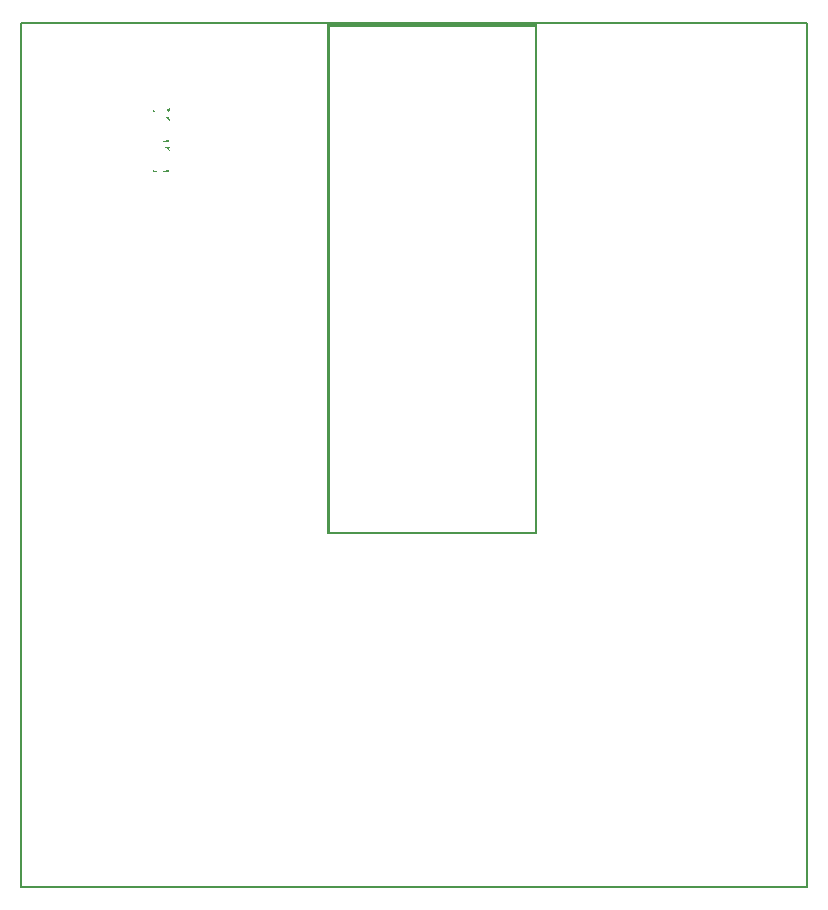
<source format=gto>
G04 MADE WITH FRITZING*
G04 WWW.FRITZING.ORG*
G04 DOUBLE SIDED*
G04 HOLES PLATED*
G04 CONTOUR ON CENTER OF CONTOUR VECTOR*
%ASAXBY*%
%FSLAX23Y23*%
%MOIN*%
%OFA0B0*%
%SFA1.0B1.0*%
%ADD10R,2.629220X2.889240X2.613220X2.873240*%
%ADD11C,0.008000*%
%ADD12R,0.001000X0.001000*%
%LNSILK1*%
G90*
G70*
G54D11*
X4Y2885D02*
X2625Y2885D01*
X2625Y4D01*
X4Y4D01*
X4Y2885D01*
D02*
G54D12*
X1026Y2879D02*
X1725Y2879D01*
X1026Y2878D02*
X1725Y2878D01*
X1026Y2877D02*
X1725Y2877D01*
X1026Y2876D02*
X1725Y2876D01*
X1026Y2875D02*
X1725Y2875D01*
X1026Y2874D02*
X1725Y2874D01*
X1026Y2873D02*
X1725Y2873D01*
X1026Y2872D02*
X1725Y2872D01*
X1026Y2871D02*
X1033Y2871D01*
X1718Y2871D02*
X1725Y2871D01*
X1026Y2870D02*
X1033Y2870D01*
X1718Y2870D02*
X1725Y2870D01*
X1026Y2869D02*
X1033Y2869D01*
X1718Y2869D02*
X1725Y2869D01*
X1026Y2868D02*
X1033Y2868D01*
X1718Y2868D02*
X1725Y2868D01*
X1026Y2867D02*
X1033Y2867D01*
X1718Y2867D02*
X1725Y2867D01*
X1026Y2866D02*
X1033Y2866D01*
X1718Y2866D02*
X1725Y2866D01*
X1026Y2865D02*
X1033Y2865D01*
X1718Y2865D02*
X1725Y2865D01*
X1026Y2864D02*
X1033Y2864D01*
X1718Y2864D02*
X1725Y2864D01*
X1026Y2863D02*
X1033Y2863D01*
X1718Y2863D02*
X1725Y2863D01*
X1026Y2862D02*
X1033Y2862D01*
X1718Y2862D02*
X1725Y2862D01*
X1026Y2861D02*
X1033Y2861D01*
X1718Y2861D02*
X1725Y2861D01*
X1026Y2860D02*
X1033Y2860D01*
X1718Y2860D02*
X1725Y2860D01*
X1026Y2859D02*
X1033Y2859D01*
X1718Y2859D02*
X1725Y2859D01*
X1026Y2858D02*
X1033Y2858D01*
X1718Y2858D02*
X1725Y2858D01*
X1026Y2857D02*
X1033Y2857D01*
X1718Y2857D02*
X1725Y2857D01*
X1026Y2856D02*
X1033Y2856D01*
X1718Y2856D02*
X1725Y2856D01*
X1026Y2855D02*
X1033Y2855D01*
X1718Y2855D02*
X1725Y2855D01*
X1026Y2854D02*
X1033Y2854D01*
X1718Y2854D02*
X1725Y2854D01*
X1026Y2853D02*
X1033Y2853D01*
X1718Y2853D02*
X1725Y2853D01*
X1026Y2852D02*
X1033Y2852D01*
X1718Y2852D02*
X1725Y2852D01*
X1026Y2851D02*
X1033Y2851D01*
X1718Y2851D02*
X1725Y2851D01*
X1026Y2850D02*
X1033Y2850D01*
X1718Y2850D02*
X1725Y2850D01*
X1026Y2849D02*
X1033Y2849D01*
X1718Y2849D02*
X1725Y2849D01*
X1026Y2848D02*
X1033Y2848D01*
X1718Y2848D02*
X1725Y2848D01*
X1026Y2847D02*
X1033Y2847D01*
X1718Y2847D02*
X1725Y2847D01*
X1026Y2846D02*
X1033Y2846D01*
X1718Y2846D02*
X1725Y2846D01*
X1026Y2845D02*
X1033Y2845D01*
X1718Y2845D02*
X1725Y2845D01*
X1026Y2844D02*
X1033Y2844D01*
X1718Y2844D02*
X1725Y2844D01*
X1026Y2843D02*
X1033Y2843D01*
X1718Y2843D02*
X1725Y2843D01*
X1026Y2842D02*
X1033Y2842D01*
X1718Y2842D02*
X1725Y2842D01*
X1026Y2841D02*
X1033Y2841D01*
X1718Y2841D02*
X1725Y2841D01*
X1026Y2840D02*
X1033Y2840D01*
X1718Y2840D02*
X1725Y2840D01*
X1026Y2839D02*
X1033Y2839D01*
X1718Y2839D02*
X1725Y2839D01*
X1026Y2838D02*
X1033Y2838D01*
X1718Y2838D02*
X1725Y2838D01*
X1026Y2837D02*
X1033Y2837D01*
X1718Y2837D02*
X1725Y2837D01*
X1026Y2836D02*
X1033Y2836D01*
X1718Y2836D02*
X1725Y2836D01*
X1026Y2835D02*
X1033Y2835D01*
X1718Y2835D02*
X1725Y2835D01*
X1026Y2834D02*
X1033Y2834D01*
X1718Y2834D02*
X1725Y2834D01*
X1026Y2833D02*
X1033Y2833D01*
X1718Y2833D02*
X1725Y2833D01*
X1026Y2832D02*
X1033Y2832D01*
X1718Y2832D02*
X1725Y2832D01*
X1026Y2831D02*
X1033Y2831D01*
X1718Y2831D02*
X1725Y2831D01*
X1026Y2830D02*
X1033Y2830D01*
X1718Y2830D02*
X1725Y2830D01*
X1026Y2829D02*
X1033Y2829D01*
X1718Y2829D02*
X1725Y2829D01*
X1026Y2828D02*
X1033Y2828D01*
X1718Y2828D02*
X1725Y2828D01*
X1026Y2827D02*
X1033Y2827D01*
X1718Y2827D02*
X1725Y2827D01*
X1026Y2826D02*
X1033Y2826D01*
X1718Y2826D02*
X1725Y2826D01*
X1026Y2825D02*
X1033Y2825D01*
X1718Y2825D02*
X1725Y2825D01*
X1026Y2824D02*
X1033Y2824D01*
X1718Y2824D02*
X1725Y2824D01*
X1026Y2823D02*
X1033Y2823D01*
X1718Y2823D02*
X1725Y2823D01*
X1026Y2822D02*
X1033Y2822D01*
X1718Y2822D02*
X1725Y2822D01*
X1026Y2821D02*
X1033Y2821D01*
X1718Y2821D02*
X1725Y2821D01*
X1026Y2820D02*
X1033Y2820D01*
X1718Y2820D02*
X1725Y2820D01*
X1026Y2819D02*
X1033Y2819D01*
X1718Y2819D02*
X1725Y2819D01*
X1026Y2818D02*
X1033Y2818D01*
X1718Y2818D02*
X1725Y2818D01*
X1026Y2817D02*
X1033Y2817D01*
X1718Y2817D02*
X1725Y2817D01*
X1026Y2816D02*
X1033Y2816D01*
X1718Y2816D02*
X1725Y2816D01*
X1026Y2815D02*
X1033Y2815D01*
X1718Y2815D02*
X1725Y2815D01*
X1026Y2814D02*
X1033Y2814D01*
X1718Y2814D02*
X1725Y2814D01*
X1026Y2813D02*
X1033Y2813D01*
X1718Y2813D02*
X1725Y2813D01*
X1026Y2812D02*
X1033Y2812D01*
X1718Y2812D02*
X1725Y2812D01*
X1026Y2811D02*
X1033Y2811D01*
X1718Y2811D02*
X1725Y2811D01*
X1026Y2810D02*
X1033Y2810D01*
X1718Y2810D02*
X1725Y2810D01*
X1026Y2809D02*
X1033Y2809D01*
X1718Y2809D02*
X1725Y2809D01*
X1026Y2808D02*
X1033Y2808D01*
X1718Y2808D02*
X1725Y2808D01*
X1026Y2807D02*
X1033Y2807D01*
X1718Y2807D02*
X1725Y2807D01*
X1026Y2806D02*
X1033Y2806D01*
X1718Y2806D02*
X1725Y2806D01*
X1026Y2805D02*
X1033Y2805D01*
X1718Y2805D02*
X1725Y2805D01*
X1026Y2804D02*
X1033Y2804D01*
X1718Y2804D02*
X1725Y2804D01*
X1026Y2803D02*
X1033Y2803D01*
X1718Y2803D02*
X1725Y2803D01*
X1026Y2802D02*
X1033Y2802D01*
X1718Y2802D02*
X1725Y2802D01*
X1026Y2801D02*
X1033Y2801D01*
X1718Y2801D02*
X1725Y2801D01*
X1026Y2800D02*
X1033Y2800D01*
X1718Y2800D02*
X1725Y2800D01*
X1026Y2799D02*
X1033Y2799D01*
X1718Y2799D02*
X1725Y2799D01*
X1026Y2798D02*
X1033Y2798D01*
X1718Y2798D02*
X1725Y2798D01*
X1026Y2797D02*
X1033Y2797D01*
X1718Y2797D02*
X1725Y2797D01*
X1026Y2796D02*
X1033Y2796D01*
X1718Y2796D02*
X1725Y2796D01*
X1026Y2795D02*
X1033Y2795D01*
X1718Y2795D02*
X1725Y2795D01*
X1026Y2794D02*
X1033Y2794D01*
X1718Y2794D02*
X1725Y2794D01*
X1026Y2793D02*
X1033Y2793D01*
X1718Y2793D02*
X1725Y2793D01*
X1026Y2792D02*
X1033Y2792D01*
X1718Y2792D02*
X1725Y2792D01*
X1026Y2791D02*
X1033Y2791D01*
X1718Y2791D02*
X1725Y2791D01*
X1026Y2790D02*
X1033Y2790D01*
X1718Y2790D02*
X1725Y2790D01*
X1026Y2789D02*
X1033Y2789D01*
X1718Y2789D02*
X1725Y2789D01*
X1026Y2788D02*
X1033Y2788D01*
X1718Y2788D02*
X1725Y2788D01*
X1026Y2787D02*
X1033Y2787D01*
X1718Y2787D02*
X1725Y2787D01*
X1026Y2786D02*
X1033Y2786D01*
X1718Y2786D02*
X1725Y2786D01*
X1026Y2785D02*
X1033Y2785D01*
X1718Y2785D02*
X1725Y2785D01*
X1026Y2784D02*
X1033Y2784D01*
X1718Y2784D02*
X1725Y2784D01*
X1026Y2783D02*
X1033Y2783D01*
X1718Y2783D02*
X1725Y2783D01*
X1026Y2782D02*
X1033Y2782D01*
X1718Y2782D02*
X1725Y2782D01*
X1026Y2781D02*
X1033Y2781D01*
X1718Y2781D02*
X1725Y2781D01*
X1026Y2780D02*
X1033Y2780D01*
X1718Y2780D02*
X1725Y2780D01*
X1026Y2779D02*
X1033Y2779D01*
X1718Y2779D02*
X1725Y2779D01*
X1026Y2778D02*
X1033Y2778D01*
X1718Y2778D02*
X1725Y2778D01*
X1026Y2777D02*
X1033Y2777D01*
X1718Y2777D02*
X1725Y2777D01*
X1026Y2776D02*
X1033Y2776D01*
X1718Y2776D02*
X1725Y2776D01*
X1026Y2775D02*
X1033Y2775D01*
X1718Y2775D02*
X1725Y2775D01*
X1026Y2774D02*
X1033Y2774D01*
X1718Y2774D02*
X1725Y2774D01*
X1026Y2773D02*
X1033Y2773D01*
X1718Y2773D02*
X1725Y2773D01*
X1026Y2772D02*
X1033Y2772D01*
X1718Y2772D02*
X1725Y2772D01*
X1026Y2771D02*
X1033Y2771D01*
X1718Y2771D02*
X1725Y2771D01*
X1026Y2770D02*
X1033Y2770D01*
X1718Y2770D02*
X1725Y2770D01*
X1026Y2769D02*
X1033Y2769D01*
X1718Y2769D02*
X1725Y2769D01*
X1026Y2768D02*
X1033Y2768D01*
X1718Y2768D02*
X1725Y2768D01*
X1026Y2767D02*
X1033Y2767D01*
X1718Y2767D02*
X1725Y2767D01*
X1026Y2766D02*
X1033Y2766D01*
X1718Y2766D02*
X1725Y2766D01*
X1026Y2765D02*
X1033Y2765D01*
X1718Y2765D02*
X1725Y2765D01*
X1026Y2764D02*
X1033Y2764D01*
X1718Y2764D02*
X1725Y2764D01*
X1026Y2763D02*
X1033Y2763D01*
X1718Y2763D02*
X1725Y2763D01*
X1026Y2762D02*
X1033Y2762D01*
X1718Y2762D02*
X1725Y2762D01*
X1026Y2761D02*
X1033Y2761D01*
X1718Y2761D02*
X1725Y2761D01*
X1026Y2760D02*
X1033Y2760D01*
X1718Y2760D02*
X1725Y2760D01*
X1026Y2759D02*
X1033Y2759D01*
X1718Y2759D02*
X1725Y2759D01*
X1026Y2758D02*
X1033Y2758D01*
X1718Y2758D02*
X1725Y2758D01*
X1026Y2757D02*
X1033Y2757D01*
X1718Y2757D02*
X1725Y2757D01*
X1026Y2756D02*
X1033Y2756D01*
X1718Y2756D02*
X1725Y2756D01*
X1026Y2755D02*
X1033Y2755D01*
X1718Y2755D02*
X1725Y2755D01*
X1026Y2754D02*
X1033Y2754D01*
X1718Y2754D02*
X1725Y2754D01*
X1026Y2753D02*
X1033Y2753D01*
X1718Y2753D02*
X1725Y2753D01*
X1026Y2752D02*
X1033Y2752D01*
X1718Y2752D02*
X1725Y2752D01*
X1026Y2751D02*
X1033Y2751D01*
X1718Y2751D02*
X1725Y2751D01*
X1026Y2750D02*
X1033Y2750D01*
X1718Y2750D02*
X1725Y2750D01*
X1026Y2749D02*
X1033Y2749D01*
X1718Y2749D02*
X1725Y2749D01*
X1026Y2748D02*
X1033Y2748D01*
X1718Y2748D02*
X1725Y2748D01*
X1026Y2747D02*
X1033Y2747D01*
X1718Y2747D02*
X1725Y2747D01*
X1026Y2746D02*
X1033Y2746D01*
X1718Y2746D02*
X1725Y2746D01*
X1026Y2745D02*
X1033Y2745D01*
X1718Y2745D02*
X1725Y2745D01*
X1026Y2744D02*
X1033Y2744D01*
X1718Y2744D02*
X1725Y2744D01*
X1026Y2743D02*
X1033Y2743D01*
X1718Y2743D02*
X1725Y2743D01*
X1026Y2742D02*
X1033Y2742D01*
X1718Y2742D02*
X1725Y2742D01*
X1026Y2741D02*
X1033Y2741D01*
X1718Y2741D02*
X1725Y2741D01*
X1026Y2740D02*
X1033Y2740D01*
X1718Y2740D02*
X1725Y2740D01*
X1026Y2739D02*
X1033Y2739D01*
X1718Y2739D02*
X1725Y2739D01*
X1026Y2738D02*
X1033Y2738D01*
X1718Y2738D02*
X1725Y2738D01*
X1026Y2737D02*
X1033Y2737D01*
X1718Y2737D02*
X1725Y2737D01*
X1026Y2736D02*
X1033Y2736D01*
X1718Y2736D02*
X1725Y2736D01*
X1026Y2735D02*
X1033Y2735D01*
X1718Y2735D02*
X1725Y2735D01*
X1026Y2734D02*
X1033Y2734D01*
X1718Y2734D02*
X1725Y2734D01*
X1026Y2733D02*
X1033Y2733D01*
X1718Y2733D02*
X1725Y2733D01*
X1026Y2732D02*
X1033Y2732D01*
X1718Y2732D02*
X1725Y2732D01*
X1026Y2731D02*
X1033Y2731D01*
X1718Y2731D02*
X1725Y2731D01*
X1026Y2730D02*
X1033Y2730D01*
X1718Y2730D02*
X1725Y2730D01*
X1026Y2729D02*
X1033Y2729D01*
X1718Y2729D02*
X1725Y2729D01*
X1026Y2728D02*
X1033Y2728D01*
X1718Y2728D02*
X1725Y2728D01*
X1026Y2727D02*
X1033Y2727D01*
X1718Y2727D02*
X1725Y2727D01*
X1026Y2726D02*
X1033Y2726D01*
X1718Y2726D02*
X1725Y2726D01*
X1026Y2725D02*
X1033Y2725D01*
X1718Y2725D02*
X1725Y2725D01*
X1026Y2724D02*
X1033Y2724D01*
X1718Y2724D02*
X1725Y2724D01*
X1026Y2723D02*
X1033Y2723D01*
X1718Y2723D02*
X1725Y2723D01*
X1026Y2722D02*
X1033Y2722D01*
X1718Y2722D02*
X1725Y2722D01*
X1026Y2721D02*
X1033Y2721D01*
X1718Y2721D02*
X1725Y2721D01*
X1026Y2720D02*
X1033Y2720D01*
X1718Y2720D02*
X1725Y2720D01*
X1026Y2719D02*
X1033Y2719D01*
X1718Y2719D02*
X1725Y2719D01*
X1026Y2718D02*
X1033Y2718D01*
X1718Y2718D02*
X1725Y2718D01*
X1026Y2717D02*
X1033Y2717D01*
X1718Y2717D02*
X1725Y2717D01*
X1026Y2716D02*
X1033Y2716D01*
X1718Y2716D02*
X1725Y2716D01*
X1026Y2715D02*
X1033Y2715D01*
X1718Y2715D02*
X1725Y2715D01*
X1026Y2714D02*
X1033Y2714D01*
X1718Y2714D02*
X1725Y2714D01*
X1026Y2713D02*
X1033Y2713D01*
X1718Y2713D02*
X1725Y2713D01*
X1026Y2712D02*
X1033Y2712D01*
X1718Y2712D02*
X1725Y2712D01*
X1026Y2711D02*
X1033Y2711D01*
X1718Y2711D02*
X1725Y2711D01*
X1026Y2710D02*
X1033Y2710D01*
X1718Y2710D02*
X1725Y2710D01*
X1026Y2709D02*
X1033Y2709D01*
X1718Y2709D02*
X1725Y2709D01*
X1026Y2708D02*
X1033Y2708D01*
X1718Y2708D02*
X1725Y2708D01*
X1026Y2707D02*
X1033Y2707D01*
X1718Y2707D02*
X1725Y2707D01*
X1026Y2706D02*
X1033Y2706D01*
X1718Y2706D02*
X1725Y2706D01*
X1026Y2705D02*
X1033Y2705D01*
X1718Y2705D02*
X1725Y2705D01*
X1026Y2704D02*
X1033Y2704D01*
X1718Y2704D02*
X1725Y2704D01*
X1026Y2703D02*
X1033Y2703D01*
X1718Y2703D02*
X1725Y2703D01*
X1026Y2702D02*
X1033Y2702D01*
X1718Y2702D02*
X1725Y2702D01*
X1026Y2701D02*
X1033Y2701D01*
X1718Y2701D02*
X1725Y2701D01*
X1026Y2700D02*
X1033Y2700D01*
X1718Y2700D02*
X1725Y2700D01*
X1026Y2699D02*
X1033Y2699D01*
X1718Y2699D02*
X1725Y2699D01*
X1026Y2698D02*
X1033Y2698D01*
X1718Y2698D02*
X1725Y2698D01*
X1026Y2697D02*
X1033Y2697D01*
X1718Y2697D02*
X1725Y2697D01*
X1026Y2696D02*
X1033Y2696D01*
X1718Y2696D02*
X1725Y2696D01*
X1026Y2695D02*
X1033Y2695D01*
X1718Y2695D02*
X1725Y2695D01*
X1026Y2694D02*
X1033Y2694D01*
X1718Y2694D02*
X1725Y2694D01*
X1026Y2693D02*
X1033Y2693D01*
X1718Y2693D02*
X1725Y2693D01*
X1026Y2692D02*
X1033Y2692D01*
X1718Y2692D02*
X1725Y2692D01*
X1026Y2691D02*
X1033Y2691D01*
X1718Y2691D02*
X1725Y2691D01*
X1026Y2690D02*
X1033Y2690D01*
X1718Y2690D02*
X1725Y2690D01*
X1026Y2689D02*
X1033Y2689D01*
X1718Y2689D02*
X1725Y2689D01*
X1026Y2688D02*
X1033Y2688D01*
X1718Y2688D02*
X1725Y2688D01*
X1026Y2687D02*
X1033Y2687D01*
X1718Y2687D02*
X1725Y2687D01*
X1026Y2686D02*
X1033Y2686D01*
X1718Y2686D02*
X1725Y2686D01*
X1026Y2685D02*
X1033Y2685D01*
X1718Y2685D02*
X1725Y2685D01*
X1026Y2684D02*
X1033Y2684D01*
X1718Y2684D02*
X1725Y2684D01*
X1026Y2683D02*
X1033Y2683D01*
X1718Y2683D02*
X1725Y2683D01*
X1026Y2682D02*
X1033Y2682D01*
X1718Y2682D02*
X1725Y2682D01*
X1026Y2681D02*
X1033Y2681D01*
X1718Y2681D02*
X1725Y2681D01*
X1026Y2680D02*
X1033Y2680D01*
X1718Y2680D02*
X1725Y2680D01*
X1026Y2679D02*
X1033Y2679D01*
X1718Y2679D02*
X1725Y2679D01*
X1026Y2678D02*
X1033Y2678D01*
X1718Y2678D02*
X1725Y2678D01*
X1026Y2677D02*
X1033Y2677D01*
X1718Y2677D02*
X1725Y2677D01*
X1026Y2676D02*
X1033Y2676D01*
X1718Y2676D02*
X1725Y2676D01*
X1026Y2675D02*
X1033Y2675D01*
X1718Y2675D02*
X1725Y2675D01*
X1026Y2674D02*
X1033Y2674D01*
X1718Y2674D02*
X1725Y2674D01*
X1026Y2673D02*
X1033Y2673D01*
X1718Y2673D02*
X1725Y2673D01*
X1026Y2672D02*
X1033Y2672D01*
X1718Y2672D02*
X1725Y2672D01*
X1026Y2671D02*
X1033Y2671D01*
X1718Y2671D02*
X1725Y2671D01*
X1026Y2670D02*
X1033Y2670D01*
X1718Y2670D02*
X1725Y2670D01*
X1026Y2669D02*
X1033Y2669D01*
X1718Y2669D02*
X1725Y2669D01*
X1026Y2668D02*
X1033Y2668D01*
X1718Y2668D02*
X1725Y2668D01*
X1026Y2667D02*
X1033Y2667D01*
X1718Y2667D02*
X1725Y2667D01*
X1026Y2666D02*
X1033Y2666D01*
X1718Y2666D02*
X1725Y2666D01*
X1026Y2665D02*
X1033Y2665D01*
X1718Y2665D02*
X1725Y2665D01*
X1026Y2664D02*
X1033Y2664D01*
X1718Y2664D02*
X1725Y2664D01*
X1026Y2663D02*
X1033Y2663D01*
X1718Y2663D02*
X1725Y2663D01*
X1026Y2662D02*
X1033Y2662D01*
X1718Y2662D02*
X1725Y2662D01*
X1026Y2661D02*
X1033Y2661D01*
X1718Y2661D02*
X1725Y2661D01*
X1026Y2660D02*
X1033Y2660D01*
X1718Y2660D02*
X1725Y2660D01*
X1026Y2659D02*
X1033Y2659D01*
X1718Y2659D02*
X1725Y2659D01*
X1026Y2658D02*
X1033Y2658D01*
X1718Y2658D02*
X1725Y2658D01*
X1026Y2657D02*
X1033Y2657D01*
X1718Y2657D02*
X1725Y2657D01*
X1026Y2656D02*
X1033Y2656D01*
X1718Y2656D02*
X1725Y2656D01*
X1026Y2655D02*
X1033Y2655D01*
X1718Y2655D02*
X1725Y2655D01*
X1026Y2654D02*
X1033Y2654D01*
X1718Y2654D02*
X1725Y2654D01*
X1026Y2653D02*
X1033Y2653D01*
X1718Y2653D02*
X1725Y2653D01*
X1026Y2652D02*
X1033Y2652D01*
X1718Y2652D02*
X1725Y2652D01*
X1026Y2651D02*
X1033Y2651D01*
X1718Y2651D02*
X1725Y2651D01*
X1026Y2650D02*
X1033Y2650D01*
X1718Y2650D02*
X1725Y2650D01*
X1026Y2649D02*
X1033Y2649D01*
X1718Y2649D02*
X1725Y2649D01*
X1026Y2648D02*
X1033Y2648D01*
X1718Y2648D02*
X1725Y2648D01*
X1026Y2647D02*
X1033Y2647D01*
X1718Y2647D02*
X1725Y2647D01*
X1026Y2646D02*
X1033Y2646D01*
X1718Y2646D02*
X1725Y2646D01*
X1026Y2645D02*
X1033Y2645D01*
X1718Y2645D02*
X1725Y2645D01*
X1026Y2644D02*
X1033Y2644D01*
X1718Y2644D02*
X1725Y2644D01*
X1026Y2643D02*
X1033Y2643D01*
X1718Y2643D02*
X1725Y2643D01*
X1026Y2642D02*
X1033Y2642D01*
X1718Y2642D02*
X1725Y2642D01*
X1026Y2641D02*
X1033Y2641D01*
X1718Y2641D02*
X1725Y2641D01*
X1026Y2640D02*
X1033Y2640D01*
X1718Y2640D02*
X1725Y2640D01*
X1026Y2639D02*
X1033Y2639D01*
X1718Y2639D02*
X1725Y2639D01*
X1026Y2638D02*
X1033Y2638D01*
X1718Y2638D02*
X1725Y2638D01*
X1026Y2637D02*
X1033Y2637D01*
X1718Y2637D02*
X1725Y2637D01*
X1026Y2636D02*
X1033Y2636D01*
X1718Y2636D02*
X1725Y2636D01*
X1026Y2635D02*
X1033Y2635D01*
X1718Y2635D02*
X1725Y2635D01*
X1026Y2634D02*
X1033Y2634D01*
X1718Y2634D02*
X1725Y2634D01*
X1026Y2633D02*
X1033Y2633D01*
X1718Y2633D02*
X1725Y2633D01*
X1026Y2632D02*
X1033Y2632D01*
X1718Y2632D02*
X1725Y2632D01*
X1026Y2631D02*
X1033Y2631D01*
X1718Y2631D02*
X1725Y2631D01*
X1026Y2630D02*
X1033Y2630D01*
X1718Y2630D02*
X1725Y2630D01*
X1026Y2629D02*
X1033Y2629D01*
X1718Y2629D02*
X1725Y2629D01*
X1026Y2628D02*
X1033Y2628D01*
X1718Y2628D02*
X1725Y2628D01*
X1026Y2627D02*
X1033Y2627D01*
X1718Y2627D02*
X1725Y2627D01*
X1026Y2626D02*
X1033Y2626D01*
X1718Y2626D02*
X1725Y2626D01*
X1026Y2625D02*
X1033Y2625D01*
X1718Y2625D02*
X1725Y2625D01*
X1026Y2624D02*
X1033Y2624D01*
X1718Y2624D02*
X1725Y2624D01*
X1026Y2623D02*
X1033Y2623D01*
X1718Y2623D02*
X1725Y2623D01*
X1026Y2622D02*
X1033Y2622D01*
X1718Y2622D02*
X1725Y2622D01*
X1026Y2621D02*
X1033Y2621D01*
X1718Y2621D02*
X1725Y2621D01*
X1026Y2620D02*
X1033Y2620D01*
X1718Y2620D02*
X1725Y2620D01*
X1026Y2619D02*
X1033Y2619D01*
X1718Y2619D02*
X1725Y2619D01*
X1026Y2618D02*
X1033Y2618D01*
X1718Y2618D02*
X1725Y2618D01*
X1026Y2617D02*
X1033Y2617D01*
X1718Y2617D02*
X1725Y2617D01*
X1026Y2616D02*
X1033Y2616D01*
X1718Y2616D02*
X1725Y2616D01*
X1026Y2615D02*
X1033Y2615D01*
X1718Y2615D02*
X1725Y2615D01*
X1026Y2614D02*
X1033Y2614D01*
X1718Y2614D02*
X1725Y2614D01*
X1026Y2613D02*
X1033Y2613D01*
X1718Y2613D02*
X1725Y2613D01*
X1026Y2612D02*
X1033Y2612D01*
X1718Y2612D02*
X1725Y2612D01*
X1026Y2611D02*
X1033Y2611D01*
X1718Y2611D02*
X1725Y2611D01*
X1026Y2610D02*
X1033Y2610D01*
X1718Y2610D02*
X1725Y2610D01*
X1026Y2609D02*
X1033Y2609D01*
X1718Y2609D02*
X1725Y2609D01*
X1026Y2608D02*
X1033Y2608D01*
X1718Y2608D02*
X1725Y2608D01*
X1026Y2607D02*
X1033Y2607D01*
X1718Y2607D02*
X1725Y2607D01*
X1026Y2606D02*
X1033Y2606D01*
X1718Y2606D02*
X1725Y2606D01*
X1026Y2605D02*
X1033Y2605D01*
X1718Y2605D02*
X1725Y2605D01*
X1026Y2604D02*
X1033Y2604D01*
X1718Y2604D02*
X1725Y2604D01*
X1026Y2603D02*
X1033Y2603D01*
X1718Y2603D02*
X1725Y2603D01*
X1026Y2602D02*
X1033Y2602D01*
X1718Y2602D02*
X1725Y2602D01*
X499Y2601D02*
X499Y2601D01*
X1026Y2601D02*
X1033Y2601D01*
X1718Y2601D02*
X1725Y2601D01*
X498Y2600D02*
X499Y2600D01*
X1026Y2600D02*
X1033Y2600D01*
X1718Y2600D02*
X1725Y2600D01*
X497Y2599D02*
X499Y2599D01*
X1026Y2599D02*
X1033Y2599D01*
X1718Y2599D02*
X1725Y2599D01*
X496Y2598D02*
X499Y2598D01*
X1026Y2598D02*
X1033Y2598D01*
X1718Y2598D02*
X1725Y2598D01*
X494Y2597D02*
X499Y2597D01*
X1026Y2597D02*
X1033Y2597D01*
X1718Y2597D02*
X1725Y2597D01*
X493Y2596D02*
X499Y2596D01*
X1026Y2596D02*
X1033Y2596D01*
X1718Y2596D02*
X1725Y2596D01*
X493Y2595D02*
X499Y2595D01*
X1026Y2595D02*
X1033Y2595D01*
X1718Y2595D02*
X1725Y2595D01*
X446Y2594D02*
X446Y2594D01*
X493Y2594D02*
X499Y2594D01*
X1026Y2594D02*
X1033Y2594D01*
X1718Y2594D02*
X1725Y2594D01*
X446Y2593D02*
X447Y2593D01*
X493Y2593D02*
X499Y2593D01*
X1026Y2593D02*
X1033Y2593D01*
X1718Y2593D02*
X1725Y2593D01*
X446Y2592D02*
X449Y2592D01*
X493Y2592D02*
X499Y2592D01*
X1026Y2592D02*
X1033Y2592D01*
X1718Y2592D02*
X1725Y2592D01*
X446Y2591D02*
X452Y2591D01*
X493Y2591D02*
X499Y2591D01*
X1026Y2591D02*
X1033Y2591D01*
X1718Y2591D02*
X1725Y2591D01*
X446Y2590D02*
X452Y2590D01*
X493Y2590D02*
X499Y2590D01*
X1026Y2590D02*
X1033Y2590D01*
X1718Y2590D02*
X1725Y2590D01*
X446Y2589D02*
X451Y2589D01*
X494Y2589D02*
X498Y2589D01*
X1026Y2589D02*
X1033Y2589D01*
X1718Y2589D02*
X1725Y2589D01*
X448Y2588D02*
X450Y2588D01*
X495Y2588D02*
X497Y2588D01*
X1026Y2588D02*
X1033Y2588D01*
X1718Y2588D02*
X1725Y2588D01*
X1026Y2587D02*
X1033Y2587D01*
X1718Y2587D02*
X1725Y2587D01*
X1026Y2586D02*
X1033Y2586D01*
X1718Y2586D02*
X1725Y2586D01*
X1026Y2585D02*
X1033Y2585D01*
X1718Y2585D02*
X1725Y2585D01*
X1026Y2584D02*
X1033Y2584D01*
X1718Y2584D02*
X1725Y2584D01*
X1026Y2583D02*
X1033Y2583D01*
X1718Y2583D02*
X1725Y2583D01*
X1026Y2582D02*
X1033Y2582D01*
X1718Y2582D02*
X1725Y2582D01*
X1026Y2581D02*
X1033Y2581D01*
X1718Y2581D02*
X1725Y2581D01*
X1026Y2580D02*
X1033Y2580D01*
X1718Y2580D02*
X1725Y2580D01*
X1026Y2579D02*
X1033Y2579D01*
X1718Y2579D02*
X1725Y2579D01*
X1026Y2578D02*
X1033Y2578D01*
X1718Y2578D02*
X1725Y2578D01*
X1026Y2577D02*
X1033Y2577D01*
X1718Y2577D02*
X1725Y2577D01*
X1026Y2576D02*
X1033Y2576D01*
X1718Y2576D02*
X1725Y2576D01*
X1026Y2575D02*
X1033Y2575D01*
X1718Y2575D02*
X1725Y2575D01*
X1026Y2574D02*
X1033Y2574D01*
X1718Y2574D02*
X1725Y2574D01*
X1026Y2573D02*
X1033Y2573D01*
X1718Y2573D02*
X1725Y2573D01*
X490Y2572D02*
X491Y2572D01*
X1026Y2572D02*
X1033Y2572D01*
X1718Y2572D02*
X1725Y2572D01*
X488Y2571D02*
X493Y2571D01*
X1026Y2571D02*
X1033Y2571D01*
X1718Y2571D02*
X1725Y2571D01*
X487Y2570D02*
X495Y2570D01*
X1026Y2570D02*
X1033Y2570D01*
X1718Y2570D02*
X1725Y2570D01*
X487Y2569D02*
X496Y2569D01*
X1026Y2569D02*
X1033Y2569D01*
X1718Y2569D02*
X1725Y2569D01*
X487Y2568D02*
X497Y2568D01*
X1026Y2568D02*
X1033Y2568D01*
X1718Y2568D02*
X1725Y2568D01*
X488Y2567D02*
X497Y2567D01*
X1026Y2567D02*
X1033Y2567D01*
X1718Y2567D02*
X1725Y2567D01*
X490Y2566D02*
X498Y2566D01*
X1026Y2566D02*
X1033Y2566D01*
X1718Y2566D02*
X1725Y2566D01*
X491Y2565D02*
X498Y2565D01*
X1026Y2565D02*
X1033Y2565D01*
X1718Y2565D02*
X1725Y2565D01*
X493Y2564D02*
X499Y2564D01*
X1026Y2564D02*
X1033Y2564D01*
X1718Y2564D02*
X1725Y2564D01*
X494Y2563D02*
X499Y2563D01*
X1026Y2563D02*
X1033Y2563D01*
X1718Y2563D02*
X1725Y2563D01*
X495Y2562D02*
X499Y2562D01*
X1026Y2562D02*
X1033Y2562D01*
X1718Y2562D02*
X1725Y2562D01*
X496Y2561D02*
X499Y2561D01*
X1026Y2561D02*
X1033Y2561D01*
X1718Y2561D02*
X1725Y2561D01*
X498Y2560D02*
X499Y2560D01*
X1026Y2560D02*
X1033Y2560D01*
X1718Y2560D02*
X1725Y2560D01*
X499Y2559D02*
X499Y2559D01*
X1026Y2559D02*
X1033Y2559D01*
X1718Y2559D02*
X1725Y2559D01*
X499Y2558D02*
X499Y2558D01*
X1026Y2558D02*
X1033Y2558D01*
X1718Y2558D02*
X1725Y2558D01*
X1026Y2557D02*
X1033Y2557D01*
X1718Y2557D02*
X1725Y2557D01*
X1026Y2556D02*
X1033Y2556D01*
X1718Y2556D02*
X1725Y2556D01*
X1026Y2555D02*
X1033Y2555D01*
X1718Y2555D02*
X1725Y2555D01*
X1026Y2554D02*
X1033Y2554D01*
X1718Y2554D02*
X1725Y2554D01*
X1026Y2553D02*
X1033Y2553D01*
X1718Y2553D02*
X1725Y2553D01*
X1026Y2552D02*
X1033Y2552D01*
X1718Y2552D02*
X1725Y2552D01*
X1026Y2551D02*
X1033Y2551D01*
X1718Y2551D02*
X1725Y2551D01*
X1026Y2550D02*
X1033Y2550D01*
X1718Y2550D02*
X1725Y2550D01*
X1026Y2549D02*
X1033Y2549D01*
X1718Y2549D02*
X1725Y2549D01*
X1026Y2548D02*
X1033Y2548D01*
X1718Y2548D02*
X1725Y2548D01*
X1026Y2547D02*
X1033Y2547D01*
X1718Y2547D02*
X1725Y2547D01*
X1026Y2546D02*
X1033Y2546D01*
X1718Y2546D02*
X1725Y2546D01*
X1026Y2545D02*
X1033Y2545D01*
X1718Y2545D02*
X1725Y2545D01*
X1026Y2544D02*
X1033Y2544D01*
X1718Y2544D02*
X1725Y2544D01*
X1026Y2543D02*
X1033Y2543D01*
X1718Y2543D02*
X1725Y2543D01*
X1026Y2542D02*
X1033Y2542D01*
X1718Y2542D02*
X1725Y2542D01*
X1026Y2541D02*
X1033Y2541D01*
X1718Y2541D02*
X1725Y2541D01*
X1026Y2540D02*
X1033Y2540D01*
X1718Y2540D02*
X1725Y2540D01*
X1026Y2539D02*
X1033Y2539D01*
X1718Y2539D02*
X1725Y2539D01*
X1026Y2538D02*
X1033Y2538D01*
X1718Y2538D02*
X1725Y2538D01*
X1026Y2537D02*
X1033Y2537D01*
X1718Y2537D02*
X1725Y2537D01*
X1026Y2536D02*
X1033Y2536D01*
X1718Y2536D02*
X1725Y2536D01*
X1026Y2535D02*
X1033Y2535D01*
X1718Y2535D02*
X1725Y2535D01*
X1026Y2534D02*
X1033Y2534D01*
X1718Y2534D02*
X1725Y2534D01*
X1026Y2533D02*
X1033Y2533D01*
X1718Y2533D02*
X1725Y2533D01*
X1026Y2532D02*
X1033Y2532D01*
X1718Y2532D02*
X1725Y2532D01*
X1026Y2531D02*
X1033Y2531D01*
X1718Y2531D02*
X1725Y2531D01*
X1026Y2530D02*
X1033Y2530D01*
X1718Y2530D02*
X1725Y2530D01*
X1026Y2529D02*
X1033Y2529D01*
X1718Y2529D02*
X1725Y2529D01*
X1026Y2528D02*
X1033Y2528D01*
X1718Y2528D02*
X1725Y2528D01*
X1026Y2527D02*
X1033Y2527D01*
X1718Y2527D02*
X1725Y2527D01*
X1026Y2526D02*
X1033Y2526D01*
X1718Y2526D02*
X1725Y2526D01*
X1026Y2525D02*
X1033Y2525D01*
X1718Y2525D02*
X1725Y2525D01*
X1026Y2524D02*
X1033Y2524D01*
X1718Y2524D02*
X1725Y2524D01*
X1026Y2523D02*
X1033Y2523D01*
X1718Y2523D02*
X1725Y2523D01*
X1026Y2522D02*
X1033Y2522D01*
X1718Y2522D02*
X1725Y2522D01*
X1026Y2521D02*
X1033Y2521D01*
X1718Y2521D02*
X1725Y2521D01*
X1026Y2520D02*
X1033Y2520D01*
X1718Y2520D02*
X1725Y2520D01*
X1026Y2519D02*
X1033Y2519D01*
X1718Y2519D02*
X1725Y2519D01*
X1026Y2518D02*
X1033Y2518D01*
X1718Y2518D02*
X1725Y2518D01*
X1026Y2517D02*
X1033Y2517D01*
X1718Y2517D02*
X1725Y2517D01*
X1026Y2516D02*
X1033Y2516D01*
X1718Y2516D02*
X1725Y2516D01*
X1026Y2515D02*
X1033Y2515D01*
X1718Y2515D02*
X1725Y2515D01*
X1026Y2514D02*
X1033Y2514D01*
X1718Y2514D02*
X1725Y2514D01*
X1026Y2513D02*
X1033Y2513D01*
X1718Y2513D02*
X1725Y2513D01*
X1026Y2512D02*
X1033Y2512D01*
X1718Y2512D02*
X1725Y2512D01*
X1026Y2511D02*
X1033Y2511D01*
X1718Y2511D02*
X1725Y2511D01*
X1026Y2510D02*
X1033Y2510D01*
X1718Y2510D02*
X1725Y2510D01*
X1026Y2509D02*
X1033Y2509D01*
X1718Y2509D02*
X1725Y2509D01*
X1026Y2508D02*
X1033Y2508D01*
X1718Y2508D02*
X1725Y2508D01*
X1026Y2507D02*
X1033Y2507D01*
X1718Y2507D02*
X1725Y2507D01*
X1026Y2506D02*
X1033Y2506D01*
X1718Y2506D02*
X1725Y2506D01*
X1026Y2505D02*
X1033Y2505D01*
X1718Y2505D02*
X1725Y2505D01*
X1026Y2504D02*
X1033Y2504D01*
X1718Y2504D02*
X1725Y2504D01*
X1026Y2503D02*
X1033Y2503D01*
X1718Y2503D02*
X1725Y2503D01*
X1026Y2502D02*
X1033Y2502D01*
X1718Y2502D02*
X1725Y2502D01*
X1026Y2501D02*
X1033Y2501D01*
X1718Y2501D02*
X1725Y2501D01*
X1026Y2500D02*
X1033Y2500D01*
X1718Y2500D02*
X1725Y2500D01*
X1026Y2499D02*
X1033Y2499D01*
X1718Y2499D02*
X1725Y2499D01*
X1026Y2498D02*
X1033Y2498D01*
X1718Y2498D02*
X1725Y2498D01*
X1026Y2497D02*
X1033Y2497D01*
X1718Y2497D02*
X1725Y2497D01*
X1026Y2496D02*
X1033Y2496D01*
X1718Y2496D02*
X1725Y2496D01*
X1026Y2495D02*
X1033Y2495D01*
X1718Y2495D02*
X1725Y2495D01*
X490Y2494D02*
X497Y2494D01*
X1026Y2494D02*
X1033Y2494D01*
X1718Y2494D02*
X1725Y2494D01*
X488Y2493D02*
X498Y2493D01*
X1026Y2493D02*
X1033Y2493D01*
X1718Y2493D02*
X1725Y2493D01*
X486Y2492D02*
X499Y2492D01*
X1026Y2492D02*
X1033Y2492D01*
X1718Y2492D02*
X1725Y2492D01*
X484Y2491D02*
X499Y2491D01*
X1026Y2491D02*
X1033Y2491D01*
X1718Y2491D02*
X1725Y2491D01*
X481Y2490D02*
X499Y2490D01*
X1026Y2490D02*
X1033Y2490D01*
X1718Y2490D02*
X1725Y2490D01*
X477Y2489D02*
X498Y2489D01*
X1026Y2489D02*
X1033Y2489D01*
X1718Y2489D02*
X1725Y2489D01*
X462Y2488D02*
X466Y2488D01*
X470Y2488D02*
X497Y2488D01*
X1026Y2488D02*
X1033Y2488D01*
X1718Y2488D02*
X1725Y2488D01*
X1026Y2487D02*
X1033Y2487D01*
X1718Y2487D02*
X1725Y2487D01*
X1026Y2486D02*
X1033Y2486D01*
X1718Y2486D02*
X1725Y2486D01*
X1026Y2485D02*
X1033Y2485D01*
X1718Y2485D02*
X1725Y2485D01*
X1026Y2484D02*
X1033Y2484D01*
X1718Y2484D02*
X1725Y2484D01*
X1026Y2483D02*
X1033Y2483D01*
X1718Y2483D02*
X1725Y2483D01*
X1026Y2482D02*
X1033Y2482D01*
X1718Y2482D02*
X1725Y2482D01*
X1026Y2481D02*
X1033Y2481D01*
X1718Y2481D02*
X1725Y2481D01*
X1026Y2480D02*
X1033Y2480D01*
X1718Y2480D02*
X1725Y2480D01*
X1026Y2479D02*
X1033Y2479D01*
X1718Y2479D02*
X1725Y2479D01*
X1026Y2478D02*
X1033Y2478D01*
X1718Y2478D02*
X1725Y2478D01*
X1026Y2477D02*
X1033Y2477D01*
X1718Y2477D02*
X1725Y2477D01*
X1026Y2476D02*
X1033Y2476D01*
X1718Y2476D02*
X1725Y2476D01*
X1026Y2475D02*
X1033Y2475D01*
X1718Y2475D02*
X1725Y2475D01*
X1026Y2474D02*
X1033Y2474D01*
X1718Y2474D02*
X1725Y2474D01*
X1026Y2473D02*
X1033Y2473D01*
X1718Y2473D02*
X1725Y2473D01*
X491Y2472D02*
X496Y2472D01*
X1026Y2472D02*
X1033Y2472D01*
X1718Y2472D02*
X1725Y2472D01*
X477Y2471D02*
X498Y2471D01*
X1026Y2471D02*
X1033Y2471D01*
X1718Y2471D02*
X1725Y2471D01*
X481Y2470D02*
X499Y2470D01*
X1026Y2470D02*
X1033Y2470D01*
X1718Y2470D02*
X1725Y2470D01*
X484Y2469D02*
X499Y2469D01*
X1026Y2469D02*
X1033Y2469D01*
X1718Y2469D02*
X1725Y2469D01*
X486Y2468D02*
X499Y2468D01*
X1026Y2468D02*
X1033Y2468D01*
X1718Y2468D02*
X1725Y2468D01*
X488Y2467D02*
X498Y2467D01*
X1026Y2467D02*
X1033Y2467D01*
X1718Y2467D02*
X1725Y2467D01*
X490Y2466D02*
X498Y2466D01*
X1026Y2466D02*
X1033Y2466D01*
X1718Y2466D02*
X1725Y2466D01*
X491Y2465D02*
X496Y2465D01*
X1026Y2465D02*
X1033Y2465D01*
X1718Y2465D02*
X1725Y2465D01*
X493Y2464D02*
X496Y2464D01*
X1026Y2464D02*
X1033Y2464D01*
X1718Y2464D02*
X1725Y2464D01*
X494Y2463D02*
X497Y2463D01*
X1026Y2463D02*
X1033Y2463D01*
X1718Y2463D02*
X1725Y2463D01*
X495Y2462D02*
X497Y2462D01*
X1026Y2462D02*
X1033Y2462D01*
X1718Y2462D02*
X1725Y2462D01*
X496Y2461D02*
X498Y2461D01*
X1026Y2461D02*
X1033Y2461D01*
X1718Y2461D02*
X1725Y2461D01*
X498Y2460D02*
X498Y2460D01*
X1026Y2460D02*
X1033Y2460D01*
X1718Y2460D02*
X1725Y2460D01*
X499Y2459D02*
X499Y2459D01*
X1026Y2459D02*
X1033Y2459D01*
X1718Y2459D02*
X1725Y2459D01*
X499Y2458D02*
X499Y2458D01*
X1026Y2458D02*
X1033Y2458D01*
X1718Y2458D02*
X1725Y2458D01*
X1026Y2457D02*
X1033Y2457D01*
X1718Y2457D02*
X1725Y2457D01*
X1026Y2456D02*
X1033Y2456D01*
X1718Y2456D02*
X1725Y2456D01*
X1026Y2455D02*
X1033Y2455D01*
X1718Y2455D02*
X1725Y2455D01*
X1026Y2454D02*
X1033Y2454D01*
X1718Y2454D02*
X1725Y2454D01*
X1026Y2453D02*
X1033Y2453D01*
X1718Y2453D02*
X1725Y2453D01*
X1026Y2452D02*
X1033Y2452D01*
X1718Y2452D02*
X1725Y2452D01*
X1026Y2451D02*
X1033Y2451D01*
X1718Y2451D02*
X1725Y2451D01*
X1026Y2450D02*
X1033Y2450D01*
X1718Y2450D02*
X1725Y2450D01*
X1026Y2449D02*
X1033Y2449D01*
X1718Y2449D02*
X1725Y2449D01*
X1026Y2448D02*
X1033Y2448D01*
X1718Y2448D02*
X1725Y2448D01*
X1026Y2447D02*
X1033Y2447D01*
X1718Y2447D02*
X1725Y2447D01*
X1026Y2446D02*
X1033Y2446D01*
X1718Y2446D02*
X1725Y2446D01*
X1026Y2445D02*
X1033Y2445D01*
X1718Y2445D02*
X1725Y2445D01*
X1026Y2444D02*
X1033Y2444D01*
X1718Y2444D02*
X1725Y2444D01*
X1026Y2443D02*
X1033Y2443D01*
X1718Y2443D02*
X1725Y2443D01*
X1026Y2442D02*
X1033Y2442D01*
X1718Y2442D02*
X1725Y2442D01*
X1026Y2441D02*
X1033Y2441D01*
X1718Y2441D02*
X1725Y2441D01*
X1026Y2440D02*
X1033Y2440D01*
X1718Y2440D02*
X1725Y2440D01*
X1026Y2439D02*
X1033Y2439D01*
X1718Y2439D02*
X1725Y2439D01*
X1026Y2438D02*
X1033Y2438D01*
X1718Y2438D02*
X1725Y2438D01*
X1026Y2437D02*
X1033Y2437D01*
X1718Y2437D02*
X1725Y2437D01*
X1026Y2436D02*
X1033Y2436D01*
X1718Y2436D02*
X1725Y2436D01*
X1026Y2435D02*
X1033Y2435D01*
X1718Y2435D02*
X1725Y2435D01*
X1026Y2434D02*
X1033Y2434D01*
X1718Y2434D02*
X1725Y2434D01*
X1026Y2433D02*
X1033Y2433D01*
X1718Y2433D02*
X1725Y2433D01*
X1026Y2432D02*
X1033Y2432D01*
X1718Y2432D02*
X1725Y2432D01*
X1026Y2431D02*
X1033Y2431D01*
X1718Y2431D02*
X1725Y2431D01*
X1026Y2430D02*
X1033Y2430D01*
X1718Y2430D02*
X1725Y2430D01*
X1026Y2429D02*
X1033Y2429D01*
X1718Y2429D02*
X1725Y2429D01*
X1026Y2428D02*
X1033Y2428D01*
X1718Y2428D02*
X1725Y2428D01*
X1026Y2427D02*
X1033Y2427D01*
X1718Y2427D02*
X1725Y2427D01*
X1026Y2426D02*
X1033Y2426D01*
X1718Y2426D02*
X1725Y2426D01*
X1026Y2425D02*
X1033Y2425D01*
X1718Y2425D02*
X1725Y2425D01*
X1026Y2424D02*
X1033Y2424D01*
X1718Y2424D02*
X1725Y2424D01*
X1026Y2423D02*
X1033Y2423D01*
X1718Y2423D02*
X1725Y2423D01*
X1026Y2422D02*
X1033Y2422D01*
X1718Y2422D02*
X1725Y2422D01*
X1026Y2421D02*
X1033Y2421D01*
X1718Y2421D02*
X1725Y2421D01*
X1026Y2420D02*
X1033Y2420D01*
X1718Y2420D02*
X1725Y2420D01*
X1026Y2419D02*
X1033Y2419D01*
X1718Y2419D02*
X1725Y2419D01*
X1026Y2418D02*
X1033Y2418D01*
X1718Y2418D02*
X1725Y2418D01*
X1026Y2417D02*
X1033Y2417D01*
X1718Y2417D02*
X1725Y2417D01*
X1026Y2416D02*
X1033Y2416D01*
X1718Y2416D02*
X1725Y2416D01*
X1026Y2415D02*
X1033Y2415D01*
X1718Y2415D02*
X1725Y2415D01*
X1026Y2414D02*
X1033Y2414D01*
X1718Y2414D02*
X1725Y2414D01*
X1026Y2413D02*
X1033Y2413D01*
X1718Y2413D02*
X1725Y2413D01*
X1026Y2412D02*
X1033Y2412D01*
X1718Y2412D02*
X1725Y2412D01*
X1026Y2411D02*
X1033Y2411D01*
X1718Y2411D02*
X1725Y2411D01*
X1026Y2410D02*
X1033Y2410D01*
X1718Y2410D02*
X1725Y2410D01*
X1026Y2409D02*
X1033Y2409D01*
X1718Y2409D02*
X1725Y2409D01*
X1026Y2408D02*
X1033Y2408D01*
X1718Y2408D02*
X1725Y2408D01*
X1026Y2407D02*
X1033Y2407D01*
X1718Y2407D02*
X1725Y2407D01*
X1026Y2406D02*
X1033Y2406D01*
X1718Y2406D02*
X1725Y2406D01*
X1026Y2405D02*
X1033Y2405D01*
X1718Y2405D02*
X1725Y2405D01*
X1026Y2404D02*
X1033Y2404D01*
X1718Y2404D02*
X1725Y2404D01*
X1026Y2403D02*
X1033Y2403D01*
X1718Y2403D02*
X1725Y2403D01*
X1026Y2402D02*
X1033Y2402D01*
X1718Y2402D02*
X1725Y2402D01*
X1026Y2401D02*
X1033Y2401D01*
X1718Y2401D02*
X1725Y2401D01*
X1026Y2400D02*
X1033Y2400D01*
X1718Y2400D02*
X1725Y2400D01*
X1026Y2399D02*
X1033Y2399D01*
X1718Y2399D02*
X1725Y2399D01*
X1026Y2398D02*
X1033Y2398D01*
X1718Y2398D02*
X1725Y2398D01*
X1026Y2397D02*
X1033Y2397D01*
X1718Y2397D02*
X1725Y2397D01*
X1026Y2396D02*
X1033Y2396D01*
X1718Y2396D02*
X1725Y2396D01*
X1026Y2395D02*
X1033Y2395D01*
X1718Y2395D02*
X1725Y2395D01*
X446Y2394D02*
X446Y2394D01*
X490Y2394D02*
X497Y2394D01*
X1026Y2394D02*
X1033Y2394D01*
X1718Y2394D02*
X1725Y2394D01*
X446Y2393D02*
X447Y2393D01*
X488Y2393D02*
X498Y2393D01*
X1026Y2393D02*
X1033Y2393D01*
X1718Y2393D02*
X1725Y2393D01*
X446Y2392D02*
X449Y2392D01*
X486Y2392D02*
X499Y2392D01*
X1026Y2392D02*
X1033Y2392D01*
X1718Y2392D02*
X1725Y2392D01*
X446Y2391D02*
X452Y2391D01*
X484Y2391D02*
X499Y2391D01*
X1026Y2391D02*
X1033Y2391D01*
X1718Y2391D02*
X1725Y2391D01*
X446Y2390D02*
X454Y2390D01*
X481Y2390D02*
X499Y2390D01*
X1026Y2390D02*
X1033Y2390D01*
X1718Y2390D02*
X1725Y2390D01*
X446Y2389D02*
X458Y2389D01*
X477Y2389D02*
X498Y2389D01*
X1026Y2389D02*
X1033Y2389D01*
X1718Y2389D02*
X1725Y2389D01*
X446Y2388D02*
X466Y2388D01*
X470Y2388D02*
X497Y2388D01*
X1026Y2388D02*
X1033Y2388D01*
X1718Y2388D02*
X1725Y2388D01*
X1026Y2387D02*
X1033Y2387D01*
X1718Y2387D02*
X1725Y2387D01*
X1026Y2386D02*
X1033Y2386D01*
X1718Y2386D02*
X1725Y2386D01*
X1026Y2385D02*
X1033Y2385D01*
X1718Y2385D02*
X1725Y2385D01*
X1026Y2384D02*
X1033Y2384D01*
X1718Y2384D02*
X1725Y2384D01*
X1026Y2383D02*
X1033Y2383D01*
X1718Y2383D02*
X1725Y2383D01*
X1026Y2382D02*
X1033Y2382D01*
X1718Y2382D02*
X1725Y2382D01*
X1026Y2381D02*
X1033Y2381D01*
X1718Y2381D02*
X1725Y2381D01*
X1026Y2380D02*
X1033Y2380D01*
X1718Y2380D02*
X1725Y2380D01*
X1026Y2379D02*
X1033Y2379D01*
X1718Y2379D02*
X1725Y2379D01*
X1026Y2378D02*
X1033Y2378D01*
X1718Y2378D02*
X1725Y2378D01*
X1026Y2377D02*
X1033Y2377D01*
X1718Y2377D02*
X1725Y2377D01*
X1026Y2376D02*
X1033Y2376D01*
X1718Y2376D02*
X1725Y2376D01*
X1026Y2375D02*
X1033Y2375D01*
X1718Y2375D02*
X1725Y2375D01*
X1026Y2374D02*
X1033Y2374D01*
X1718Y2374D02*
X1725Y2374D01*
X1026Y2373D02*
X1033Y2373D01*
X1718Y2373D02*
X1725Y2373D01*
X1026Y2372D02*
X1033Y2372D01*
X1718Y2372D02*
X1725Y2372D01*
X1026Y2371D02*
X1033Y2371D01*
X1718Y2371D02*
X1725Y2371D01*
X1026Y2370D02*
X1033Y2370D01*
X1718Y2370D02*
X1725Y2370D01*
X1026Y2369D02*
X1033Y2369D01*
X1718Y2369D02*
X1725Y2369D01*
X1026Y2368D02*
X1033Y2368D01*
X1718Y2368D02*
X1725Y2368D01*
X1026Y2367D02*
X1033Y2367D01*
X1718Y2367D02*
X1725Y2367D01*
X1026Y2366D02*
X1033Y2366D01*
X1718Y2366D02*
X1725Y2366D01*
X1026Y2365D02*
X1033Y2365D01*
X1718Y2365D02*
X1725Y2365D01*
X1026Y2364D02*
X1033Y2364D01*
X1718Y2364D02*
X1725Y2364D01*
X1026Y2363D02*
X1033Y2363D01*
X1718Y2363D02*
X1725Y2363D01*
X1026Y2362D02*
X1033Y2362D01*
X1718Y2362D02*
X1725Y2362D01*
X1026Y2361D02*
X1033Y2361D01*
X1718Y2361D02*
X1725Y2361D01*
X1026Y2360D02*
X1033Y2360D01*
X1718Y2360D02*
X1725Y2360D01*
X1026Y2359D02*
X1033Y2359D01*
X1718Y2359D02*
X1725Y2359D01*
X1026Y2358D02*
X1033Y2358D01*
X1718Y2358D02*
X1725Y2358D01*
X1026Y2357D02*
X1033Y2357D01*
X1718Y2357D02*
X1725Y2357D01*
X1026Y2356D02*
X1033Y2356D01*
X1718Y2356D02*
X1725Y2356D01*
X1026Y2355D02*
X1033Y2355D01*
X1718Y2355D02*
X1725Y2355D01*
X1026Y2354D02*
X1033Y2354D01*
X1718Y2354D02*
X1725Y2354D01*
X1026Y2353D02*
X1033Y2353D01*
X1718Y2353D02*
X1725Y2353D01*
X1026Y2352D02*
X1033Y2352D01*
X1718Y2352D02*
X1725Y2352D01*
X1026Y2351D02*
X1033Y2351D01*
X1718Y2351D02*
X1725Y2351D01*
X1026Y2350D02*
X1033Y2350D01*
X1718Y2350D02*
X1725Y2350D01*
X1026Y2349D02*
X1033Y2349D01*
X1718Y2349D02*
X1725Y2349D01*
X1026Y2348D02*
X1033Y2348D01*
X1718Y2348D02*
X1725Y2348D01*
X1026Y2347D02*
X1033Y2347D01*
X1718Y2347D02*
X1725Y2347D01*
X1026Y2346D02*
X1033Y2346D01*
X1718Y2346D02*
X1725Y2346D01*
X1026Y2345D02*
X1033Y2345D01*
X1718Y2345D02*
X1725Y2345D01*
X1026Y2344D02*
X1033Y2344D01*
X1718Y2344D02*
X1725Y2344D01*
X1026Y2343D02*
X1033Y2343D01*
X1718Y2343D02*
X1725Y2343D01*
X1026Y2342D02*
X1033Y2342D01*
X1718Y2342D02*
X1725Y2342D01*
X1026Y2341D02*
X1033Y2341D01*
X1718Y2341D02*
X1725Y2341D01*
X1026Y2340D02*
X1033Y2340D01*
X1718Y2340D02*
X1725Y2340D01*
X1026Y2339D02*
X1033Y2339D01*
X1718Y2339D02*
X1725Y2339D01*
X1026Y2338D02*
X1033Y2338D01*
X1718Y2338D02*
X1725Y2338D01*
X1026Y2337D02*
X1033Y2337D01*
X1718Y2337D02*
X1725Y2337D01*
X1026Y2336D02*
X1033Y2336D01*
X1718Y2336D02*
X1725Y2336D01*
X1026Y2335D02*
X1033Y2335D01*
X1718Y2335D02*
X1725Y2335D01*
X1026Y2334D02*
X1033Y2334D01*
X1718Y2334D02*
X1725Y2334D01*
X1026Y2333D02*
X1033Y2333D01*
X1718Y2333D02*
X1725Y2333D01*
X1026Y2332D02*
X1033Y2332D01*
X1718Y2332D02*
X1725Y2332D01*
X1026Y2331D02*
X1033Y2331D01*
X1718Y2331D02*
X1725Y2331D01*
X1026Y2330D02*
X1033Y2330D01*
X1718Y2330D02*
X1725Y2330D01*
X1026Y2329D02*
X1033Y2329D01*
X1718Y2329D02*
X1725Y2329D01*
X1026Y2328D02*
X1033Y2328D01*
X1718Y2328D02*
X1725Y2328D01*
X1026Y2327D02*
X1033Y2327D01*
X1718Y2327D02*
X1725Y2327D01*
X1026Y2326D02*
X1033Y2326D01*
X1718Y2326D02*
X1725Y2326D01*
X1026Y2325D02*
X1033Y2325D01*
X1718Y2325D02*
X1725Y2325D01*
X1026Y2324D02*
X1033Y2324D01*
X1718Y2324D02*
X1725Y2324D01*
X1026Y2323D02*
X1033Y2323D01*
X1718Y2323D02*
X1725Y2323D01*
X1026Y2322D02*
X1033Y2322D01*
X1718Y2322D02*
X1725Y2322D01*
X1026Y2321D02*
X1033Y2321D01*
X1718Y2321D02*
X1725Y2321D01*
X1026Y2320D02*
X1033Y2320D01*
X1718Y2320D02*
X1725Y2320D01*
X1026Y2319D02*
X1033Y2319D01*
X1718Y2319D02*
X1725Y2319D01*
X1026Y2318D02*
X1033Y2318D01*
X1718Y2318D02*
X1725Y2318D01*
X1026Y2317D02*
X1033Y2317D01*
X1718Y2317D02*
X1725Y2317D01*
X1026Y2316D02*
X1033Y2316D01*
X1718Y2316D02*
X1725Y2316D01*
X1026Y2315D02*
X1033Y2315D01*
X1718Y2315D02*
X1725Y2315D01*
X1026Y2314D02*
X1033Y2314D01*
X1718Y2314D02*
X1725Y2314D01*
X1026Y2313D02*
X1033Y2313D01*
X1718Y2313D02*
X1725Y2313D01*
X1026Y2312D02*
X1033Y2312D01*
X1718Y2312D02*
X1725Y2312D01*
X1026Y2311D02*
X1033Y2311D01*
X1718Y2311D02*
X1725Y2311D01*
X1026Y2310D02*
X1033Y2310D01*
X1718Y2310D02*
X1725Y2310D01*
X1026Y2309D02*
X1033Y2309D01*
X1718Y2309D02*
X1725Y2309D01*
X1026Y2308D02*
X1033Y2308D01*
X1718Y2308D02*
X1725Y2308D01*
X1026Y2307D02*
X1033Y2307D01*
X1718Y2307D02*
X1725Y2307D01*
X1026Y2306D02*
X1033Y2306D01*
X1718Y2306D02*
X1725Y2306D01*
X1026Y2305D02*
X1033Y2305D01*
X1718Y2305D02*
X1725Y2305D01*
X1026Y2304D02*
X1033Y2304D01*
X1718Y2304D02*
X1725Y2304D01*
X1026Y2303D02*
X1033Y2303D01*
X1718Y2303D02*
X1725Y2303D01*
X1026Y2302D02*
X1033Y2302D01*
X1718Y2302D02*
X1725Y2302D01*
X1026Y2301D02*
X1033Y2301D01*
X1718Y2301D02*
X1725Y2301D01*
X1026Y2300D02*
X1033Y2300D01*
X1718Y2300D02*
X1725Y2300D01*
X1026Y2299D02*
X1033Y2299D01*
X1718Y2299D02*
X1725Y2299D01*
X1026Y2298D02*
X1033Y2298D01*
X1718Y2298D02*
X1725Y2298D01*
X1026Y2297D02*
X1033Y2297D01*
X1718Y2297D02*
X1725Y2297D01*
X1026Y2296D02*
X1033Y2296D01*
X1718Y2296D02*
X1725Y2296D01*
X1026Y2295D02*
X1033Y2295D01*
X1718Y2295D02*
X1725Y2295D01*
X1026Y2294D02*
X1033Y2294D01*
X1718Y2294D02*
X1725Y2294D01*
X1026Y2293D02*
X1033Y2293D01*
X1718Y2293D02*
X1725Y2293D01*
X1026Y2292D02*
X1033Y2292D01*
X1718Y2292D02*
X1725Y2292D01*
X1026Y2291D02*
X1033Y2291D01*
X1718Y2291D02*
X1725Y2291D01*
X1026Y2290D02*
X1033Y2290D01*
X1718Y2290D02*
X1725Y2290D01*
X1026Y2289D02*
X1033Y2289D01*
X1718Y2289D02*
X1725Y2289D01*
X1026Y2288D02*
X1033Y2288D01*
X1718Y2288D02*
X1725Y2288D01*
X1026Y2287D02*
X1033Y2287D01*
X1718Y2287D02*
X1725Y2287D01*
X1026Y2286D02*
X1033Y2286D01*
X1718Y2286D02*
X1725Y2286D01*
X1026Y2285D02*
X1033Y2285D01*
X1718Y2285D02*
X1725Y2285D01*
X1026Y2284D02*
X1033Y2284D01*
X1718Y2284D02*
X1725Y2284D01*
X1026Y2283D02*
X1033Y2283D01*
X1718Y2283D02*
X1725Y2283D01*
X1026Y2282D02*
X1033Y2282D01*
X1718Y2282D02*
X1725Y2282D01*
X1026Y2281D02*
X1033Y2281D01*
X1718Y2281D02*
X1725Y2281D01*
X1026Y2280D02*
X1033Y2280D01*
X1718Y2280D02*
X1725Y2280D01*
X1026Y2279D02*
X1033Y2279D01*
X1718Y2279D02*
X1725Y2279D01*
X1026Y2278D02*
X1033Y2278D01*
X1718Y2278D02*
X1725Y2278D01*
X1026Y2277D02*
X1033Y2277D01*
X1718Y2277D02*
X1725Y2277D01*
X1026Y2276D02*
X1033Y2276D01*
X1718Y2276D02*
X1725Y2276D01*
X1026Y2275D02*
X1033Y2275D01*
X1718Y2275D02*
X1725Y2275D01*
X1026Y2274D02*
X1033Y2274D01*
X1718Y2274D02*
X1725Y2274D01*
X1026Y2273D02*
X1033Y2273D01*
X1718Y2273D02*
X1725Y2273D01*
X1026Y2272D02*
X1033Y2272D01*
X1718Y2272D02*
X1725Y2272D01*
X1026Y2271D02*
X1033Y2271D01*
X1718Y2271D02*
X1725Y2271D01*
X1026Y2270D02*
X1033Y2270D01*
X1718Y2270D02*
X1725Y2270D01*
X1026Y2269D02*
X1033Y2269D01*
X1718Y2269D02*
X1725Y2269D01*
X1026Y2268D02*
X1033Y2268D01*
X1718Y2268D02*
X1725Y2268D01*
X1026Y2267D02*
X1033Y2267D01*
X1718Y2267D02*
X1725Y2267D01*
X1026Y2266D02*
X1033Y2266D01*
X1718Y2266D02*
X1725Y2266D01*
X1026Y2265D02*
X1033Y2265D01*
X1718Y2265D02*
X1725Y2265D01*
X1026Y2264D02*
X1033Y2264D01*
X1718Y2264D02*
X1725Y2264D01*
X1026Y2263D02*
X1033Y2263D01*
X1718Y2263D02*
X1725Y2263D01*
X1026Y2262D02*
X1033Y2262D01*
X1718Y2262D02*
X1725Y2262D01*
X1026Y2261D02*
X1033Y2261D01*
X1718Y2261D02*
X1725Y2261D01*
X1026Y2260D02*
X1033Y2260D01*
X1718Y2260D02*
X1725Y2260D01*
X1026Y2259D02*
X1033Y2259D01*
X1718Y2259D02*
X1725Y2259D01*
X1026Y2258D02*
X1033Y2258D01*
X1718Y2258D02*
X1725Y2258D01*
X1026Y2257D02*
X1033Y2257D01*
X1718Y2257D02*
X1725Y2257D01*
X1026Y2256D02*
X1033Y2256D01*
X1718Y2256D02*
X1725Y2256D01*
X1026Y2255D02*
X1033Y2255D01*
X1718Y2255D02*
X1725Y2255D01*
X1026Y2254D02*
X1033Y2254D01*
X1718Y2254D02*
X1725Y2254D01*
X1026Y2253D02*
X1033Y2253D01*
X1718Y2253D02*
X1725Y2253D01*
X1026Y2252D02*
X1033Y2252D01*
X1718Y2252D02*
X1725Y2252D01*
X1026Y2251D02*
X1033Y2251D01*
X1718Y2251D02*
X1725Y2251D01*
X1026Y2250D02*
X1033Y2250D01*
X1718Y2250D02*
X1725Y2250D01*
X1026Y2249D02*
X1033Y2249D01*
X1718Y2249D02*
X1725Y2249D01*
X1026Y2248D02*
X1033Y2248D01*
X1718Y2248D02*
X1725Y2248D01*
X1026Y2247D02*
X1033Y2247D01*
X1718Y2247D02*
X1725Y2247D01*
X1026Y2246D02*
X1033Y2246D01*
X1718Y2246D02*
X1725Y2246D01*
X1026Y2245D02*
X1033Y2245D01*
X1718Y2245D02*
X1725Y2245D01*
X1026Y2244D02*
X1033Y2244D01*
X1718Y2244D02*
X1725Y2244D01*
X1026Y2243D02*
X1033Y2243D01*
X1718Y2243D02*
X1725Y2243D01*
X1026Y2242D02*
X1033Y2242D01*
X1718Y2242D02*
X1725Y2242D01*
X1026Y2241D02*
X1033Y2241D01*
X1718Y2241D02*
X1725Y2241D01*
X1026Y2240D02*
X1033Y2240D01*
X1718Y2240D02*
X1725Y2240D01*
X1026Y2239D02*
X1033Y2239D01*
X1718Y2239D02*
X1725Y2239D01*
X1026Y2238D02*
X1033Y2238D01*
X1718Y2238D02*
X1725Y2238D01*
X1026Y2237D02*
X1033Y2237D01*
X1718Y2237D02*
X1725Y2237D01*
X1026Y2236D02*
X1033Y2236D01*
X1718Y2236D02*
X1725Y2236D01*
X1026Y2235D02*
X1033Y2235D01*
X1718Y2235D02*
X1725Y2235D01*
X1026Y2234D02*
X1033Y2234D01*
X1718Y2234D02*
X1725Y2234D01*
X1026Y2233D02*
X1033Y2233D01*
X1718Y2233D02*
X1725Y2233D01*
X1026Y2232D02*
X1033Y2232D01*
X1718Y2232D02*
X1725Y2232D01*
X1026Y2231D02*
X1033Y2231D01*
X1718Y2231D02*
X1725Y2231D01*
X1026Y2230D02*
X1033Y2230D01*
X1718Y2230D02*
X1725Y2230D01*
X1026Y2229D02*
X1033Y2229D01*
X1718Y2229D02*
X1725Y2229D01*
X1026Y2228D02*
X1033Y2228D01*
X1718Y2228D02*
X1725Y2228D01*
X1026Y2227D02*
X1033Y2227D01*
X1718Y2227D02*
X1725Y2227D01*
X1026Y2226D02*
X1033Y2226D01*
X1718Y2226D02*
X1725Y2226D01*
X1026Y2225D02*
X1033Y2225D01*
X1718Y2225D02*
X1725Y2225D01*
X1026Y2224D02*
X1033Y2224D01*
X1718Y2224D02*
X1725Y2224D01*
X1026Y2223D02*
X1033Y2223D01*
X1718Y2223D02*
X1725Y2223D01*
X1026Y2222D02*
X1033Y2222D01*
X1718Y2222D02*
X1725Y2222D01*
X1026Y2221D02*
X1033Y2221D01*
X1718Y2221D02*
X1725Y2221D01*
X1026Y2220D02*
X1033Y2220D01*
X1718Y2220D02*
X1725Y2220D01*
X1026Y2219D02*
X1033Y2219D01*
X1718Y2219D02*
X1725Y2219D01*
X1026Y2218D02*
X1033Y2218D01*
X1718Y2218D02*
X1725Y2218D01*
X1026Y2217D02*
X1033Y2217D01*
X1718Y2217D02*
X1725Y2217D01*
X1026Y2216D02*
X1033Y2216D01*
X1718Y2216D02*
X1725Y2216D01*
X1026Y2215D02*
X1033Y2215D01*
X1718Y2215D02*
X1725Y2215D01*
X1026Y2214D02*
X1033Y2214D01*
X1718Y2214D02*
X1725Y2214D01*
X1026Y2213D02*
X1033Y2213D01*
X1718Y2213D02*
X1725Y2213D01*
X1026Y2212D02*
X1033Y2212D01*
X1718Y2212D02*
X1725Y2212D01*
X1026Y2211D02*
X1033Y2211D01*
X1718Y2211D02*
X1725Y2211D01*
X1026Y2210D02*
X1033Y2210D01*
X1718Y2210D02*
X1725Y2210D01*
X1026Y2209D02*
X1033Y2209D01*
X1718Y2209D02*
X1725Y2209D01*
X1026Y2208D02*
X1033Y2208D01*
X1718Y2208D02*
X1725Y2208D01*
X1026Y2207D02*
X1033Y2207D01*
X1718Y2207D02*
X1725Y2207D01*
X1026Y2206D02*
X1033Y2206D01*
X1718Y2206D02*
X1725Y2206D01*
X1026Y2205D02*
X1033Y2205D01*
X1718Y2205D02*
X1725Y2205D01*
X1026Y2204D02*
X1033Y2204D01*
X1718Y2204D02*
X1725Y2204D01*
X1026Y2203D02*
X1033Y2203D01*
X1718Y2203D02*
X1725Y2203D01*
X1026Y2202D02*
X1033Y2202D01*
X1718Y2202D02*
X1725Y2202D01*
X1026Y2201D02*
X1033Y2201D01*
X1718Y2201D02*
X1725Y2201D01*
X1026Y2200D02*
X1033Y2200D01*
X1718Y2200D02*
X1725Y2200D01*
X1026Y2199D02*
X1033Y2199D01*
X1718Y2199D02*
X1725Y2199D01*
X1026Y2198D02*
X1033Y2198D01*
X1718Y2198D02*
X1725Y2198D01*
X1026Y2197D02*
X1033Y2197D01*
X1718Y2197D02*
X1725Y2197D01*
X1026Y2196D02*
X1033Y2196D01*
X1718Y2196D02*
X1725Y2196D01*
X1026Y2195D02*
X1033Y2195D01*
X1718Y2195D02*
X1725Y2195D01*
X1026Y2194D02*
X1033Y2194D01*
X1718Y2194D02*
X1725Y2194D01*
X1026Y2193D02*
X1033Y2193D01*
X1718Y2193D02*
X1725Y2193D01*
X1026Y2192D02*
X1033Y2192D01*
X1718Y2192D02*
X1725Y2192D01*
X1026Y2191D02*
X1033Y2191D01*
X1718Y2191D02*
X1725Y2191D01*
X1026Y2190D02*
X1033Y2190D01*
X1718Y2190D02*
X1725Y2190D01*
X1026Y2189D02*
X1033Y2189D01*
X1718Y2189D02*
X1725Y2189D01*
X1026Y2188D02*
X1033Y2188D01*
X1718Y2188D02*
X1725Y2188D01*
X1026Y2187D02*
X1033Y2187D01*
X1718Y2187D02*
X1725Y2187D01*
X1026Y2186D02*
X1033Y2186D01*
X1718Y2186D02*
X1725Y2186D01*
X1026Y2185D02*
X1033Y2185D01*
X1718Y2185D02*
X1725Y2185D01*
X1026Y2184D02*
X1033Y2184D01*
X1718Y2184D02*
X1725Y2184D01*
X1026Y2183D02*
X1033Y2183D01*
X1718Y2183D02*
X1725Y2183D01*
X1026Y2182D02*
X1033Y2182D01*
X1718Y2182D02*
X1725Y2182D01*
X1026Y2181D02*
X1033Y2181D01*
X1718Y2181D02*
X1725Y2181D01*
X1026Y2180D02*
X1033Y2180D01*
X1718Y2180D02*
X1725Y2180D01*
X1026Y2179D02*
X1033Y2179D01*
X1718Y2179D02*
X1725Y2179D01*
X1026Y2178D02*
X1033Y2178D01*
X1718Y2178D02*
X1725Y2178D01*
X1026Y2177D02*
X1033Y2177D01*
X1718Y2177D02*
X1725Y2177D01*
X1026Y2176D02*
X1033Y2176D01*
X1718Y2176D02*
X1725Y2176D01*
X1026Y2175D02*
X1033Y2175D01*
X1718Y2175D02*
X1725Y2175D01*
X1026Y2174D02*
X1033Y2174D01*
X1718Y2174D02*
X1725Y2174D01*
X1026Y2173D02*
X1033Y2173D01*
X1718Y2173D02*
X1725Y2173D01*
X1026Y2172D02*
X1033Y2172D01*
X1718Y2172D02*
X1725Y2172D01*
X1026Y2171D02*
X1033Y2171D01*
X1718Y2171D02*
X1725Y2171D01*
X1026Y2170D02*
X1033Y2170D01*
X1718Y2170D02*
X1725Y2170D01*
X1026Y2169D02*
X1033Y2169D01*
X1718Y2169D02*
X1725Y2169D01*
X1026Y2168D02*
X1033Y2168D01*
X1718Y2168D02*
X1725Y2168D01*
X1026Y2167D02*
X1033Y2167D01*
X1718Y2167D02*
X1725Y2167D01*
X1026Y2166D02*
X1033Y2166D01*
X1718Y2166D02*
X1725Y2166D01*
X1026Y2165D02*
X1033Y2165D01*
X1718Y2165D02*
X1725Y2165D01*
X1026Y2164D02*
X1033Y2164D01*
X1718Y2164D02*
X1725Y2164D01*
X1026Y2163D02*
X1033Y2163D01*
X1718Y2163D02*
X1725Y2163D01*
X1026Y2162D02*
X1033Y2162D01*
X1718Y2162D02*
X1725Y2162D01*
X1026Y2161D02*
X1033Y2161D01*
X1718Y2161D02*
X1725Y2161D01*
X1026Y2160D02*
X1033Y2160D01*
X1718Y2160D02*
X1725Y2160D01*
X1026Y2159D02*
X1033Y2159D01*
X1718Y2159D02*
X1725Y2159D01*
X1026Y2158D02*
X1033Y2158D01*
X1718Y2158D02*
X1725Y2158D01*
X1026Y2157D02*
X1033Y2157D01*
X1718Y2157D02*
X1725Y2157D01*
X1026Y2156D02*
X1033Y2156D01*
X1718Y2156D02*
X1725Y2156D01*
X1026Y2155D02*
X1033Y2155D01*
X1718Y2155D02*
X1725Y2155D01*
X1026Y2154D02*
X1033Y2154D01*
X1718Y2154D02*
X1725Y2154D01*
X1026Y2153D02*
X1033Y2153D01*
X1718Y2153D02*
X1725Y2153D01*
X1026Y2152D02*
X1033Y2152D01*
X1718Y2152D02*
X1725Y2152D01*
X1026Y2151D02*
X1033Y2151D01*
X1718Y2151D02*
X1725Y2151D01*
X1026Y2150D02*
X1033Y2150D01*
X1718Y2150D02*
X1725Y2150D01*
X1026Y2149D02*
X1033Y2149D01*
X1718Y2149D02*
X1725Y2149D01*
X1026Y2148D02*
X1033Y2148D01*
X1718Y2148D02*
X1725Y2148D01*
X1026Y2147D02*
X1033Y2147D01*
X1718Y2147D02*
X1725Y2147D01*
X1026Y2146D02*
X1033Y2146D01*
X1718Y2146D02*
X1725Y2146D01*
X1026Y2145D02*
X1033Y2145D01*
X1718Y2145D02*
X1725Y2145D01*
X1026Y2144D02*
X1033Y2144D01*
X1718Y2144D02*
X1725Y2144D01*
X1026Y2143D02*
X1033Y2143D01*
X1718Y2143D02*
X1725Y2143D01*
X1026Y2142D02*
X1033Y2142D01*
X1718Y2142D02*
X1725Y2142D01*
X1026Y2141D02*
X1033Y2141D01*
X1718Y2141D02*
X1725Y2141D01*
X1026Y2140D02*
X1033Y2140D01*
X1718Y2140D02*
X1725Y2140D01*
X1026Y2139D02*
X1033Y2139D01*
X1718Y2139D02*
X1725Y2139D01*
X1026Y2138D02*
X1033Y2138D01*
X1718Y2138D02*
X1725Y2138D01*
X1026Y2137D02*
X1033Y2137D01*
X1718Y2137D02*
X1725Y2137D01*
X1026Y2136D02*
X1033Y2136D01*
X1718Y2136D02*
X1725Y2136D01*
X1026Y2135D02*
X1033Y2135D01*
X1718Y2135D02*
X1725Y2135D01*
X1026Y2134D02*
X1033Y2134D01*
X1718Y2134D02*
X1725Y2134D01*
X1026Y2133D02*
X1033Y2133D01*
X1718Y2133D02*
X1725Y2133D01*
X1026Y2132D02*
X1033Y2132D01*
X1718Y2132D02*
X1725Y2132D01*
X1026Y2131D02*
X1033Y2131D01*
X1718Y2131D02*
X1725Y2131D01*
X1026Y2130D02*
X1033Y2130D01*
X1718Y2130D02*
X1725Y2130D01*
X1026Y2129D02*
X1033Y2129D01*
X1718Y2129D02*
X1725Y2129D01*
X1026Y2128D02*
X1033Y2128D01*
X1718Y2128D02*
X1725Y2128D01*
X1026Y2127D02*
X1033Y2127D01*
X1718Y2127D02*
X1725Y2127D01*
X1026Y2126D02*
X1033Y2126D01*
X1718Y2126D02*
X1725Y2126D01*
X1026Y2125D02*
X1033Y2125D01*
X1718Y2125D02*
X1725Y2125D01*
X1026Y2124D02*
X1033Y2124D01*
X1718Y2124D02*
X1725Y2124D01*
X1026Y2123D02*
X1033Y2123D01*
X1718Y2123D02*
X1725Y2123D01*
X1026Y2122D02*
X1033Y2122D01*
X1718Y2122D02*
X1725Y2122D01*
X1026Y2121D02*
X1033Y2121D01*
X1718Y2121D02*
X1725Y2121D01*
X1026Y2120D02*
X1033Y2120D01*
X1718Y2120D02*
X1725Y2120D01*
X1026Y2119D02*
X1033Y2119D01*
X1718Y2119D02*
X1725Y2119D01*
X1026Y2118D02*
X1033Y2118D01*
X1718Y2118D02*
X1725Y2118D01*
X1026Y2117D02*
X1033Y2117D01*
X1718Y2117D02*
X1725Y2117D01*
X1026Y2116D02*
X1033Y2116D01*
X1718Y2116D02*
X1725Y2116D01*
X1026Y2115D02*
X1033Y2115D01*
X1718Y2115D02*
X1725Y2115D01*
X1026Y2114D02*
X1033Y2114D01*
X1718Y2114D02*
X1725Y2114D01*
X1026Y2113D02*
X1033Y2113D01*
X1718Y2113D02*
X1725Y2113D01*
X1026Y2112D02*
X1033Y2112D01*
X1718Y2112D02*
X1725Y2112D01*
X1026Y2111D02*
X1033Y2111D01*
X1718Y2111D02*
X1725Y2111D01*
X1026Y2110D02*
X1033Y2110D01*
X1718Y2110D02*
X1725Y2110D01*
X1026Y2109D02*
X1033Y2109D01*
X1718Y2109D02*
X1725Y2109D01*
X1026Y2108D02*
X1033Y2108D01*
X1718Y2108D02*
X1725Y2108D01*
X1026Y2107D02*
X1033Y2107D01*
X1718Y2107D02*
X1725Y2107D01*
X1026Y2106D02*
X1033Y2106D01*
X1718Y2106D02*
X1725Y2106D01*
X1026Y2105D02*
X1033Y2105D01*
X1718Y2105D02*
X1725Y2105D01*
X1026Y2104D02*
X1033Y2104D01*
X1718Y2104D02*
X1725Y2104D01*
X1026Y2103D02*
X1033Y2103D01*
X1718Y2103D02*
X1725Y2103D01*
X1026Y2102D02*
X1033Y2102D01*
X1718Y2102D02*
X1725Y2102D01*
X1026Y2101D02*
X1033Y2101D01*
X1718Y2101D02*
X1725Y2101D01*
X1026Y2100D02*
X1033Y2100D01*
X1718Y2100D02*
X1725Y2100D01*
X1026Y2099D02*
X1033Y2099D01*
X1718Y2099D02*
X1725Y2099D01*
X1026Y2098D02*
X1033Y2098D01*
X1718Y2098D02*
X1725Y2098D01*
X1026Y2097D02*
X1033Y2097D01*
X1718Y2097D02*
X1725Y2097D01*
X1026Y2096D02*
X1033Y2096D01*
X1718Y2096D02*
X1725Y2096D01*
X1026Y2095D02*
X1033Y2095D01*
X1718Y2095D02*
X1725Y2095D01*
X1026Y2094D02*
X1033Y2094D01*
X1718Y2094D02*
X1725Y2094D01*
X1026Y2093D02*
X1033Y2093D01*
X1718Y2093D02*
X1725Y2093D01*
X1026Y2092D02*
X1033Y2092D01*
X1718Y2092D02*
X1725Y2092D01*
X1026Y2091D02*
X1033Y2091D01*
X1718Y2091D02*
X1725Y2091D01*
X1026Y2090D02*
X1033Y2090D01*
X1718Y2090D02*
X1725Y2090D01*
X1026Y2089D02*
X1033Y2089D01*
X1718Y2089D02*
X1725Y2089D01*
X1026Y2088D02*
X1033Y2088D01*
X1718Y2088D02*
X1725Y2088D01*
X1026Y2087D02*
X1033Y2087D01*
X1718Y2087D02*
X1725Y2087D01*
X1026Y2086D02*
X1033Y2086D01*
X1718Y2086D02*
X1725Y2086D01*
X1026Y2085D02*
X1033Y2085D01*
X1718Y2085D02*
X1725Y2085D01*
X1026Y2084D02*
X1033Y2084D01*
X1718Y2084D02*
X1725Y2084D01*
X1026Y2083D02*
X1033Y2083D01*
X1718Y2083D02*
X1725Y2083D01*
X1026Y2082D02*
X1033Y2082D01*
X1718Y2082D02*
X1725Y2082D01*
X1026Y2081D02*
X1033Y2081D01*
X1718Y2081D02*
X1725Y2081D01*
X1026Y2080D02*
X1033Y2080D01*
X1718Y2080D02*
X1725Y2080D01*
X1026Y2079D02*
X1033Y2079D01*
X1718Y2079D02*
X1725Y2079D01*
X1026Y2078D02*
X1033Y2078D01*
X1718Y2078D02*
X1725Y2078D01*
X1026Y2077D02*
X1033Y2077D01*
X1718Y2077D02*
X1725Y2077D01*
X1026Y2076D02*
X1033Y2076D01*
X1718Y2076D02*
X1725Y2076D01*
X1026Y2075D02*
X1033Y2075D01*
X1718Y2075D02*
X1725Y2075D01*
X1026Y2074D02*
X1033Y2074D01*
X1718Y2074D02*
X1725Y2074D01*
X1026Y2073D02*
X1033Y2073D01*
X1718Y2073D02*
X1725Y2073D01*
X1026Y2072D02*
X1033Y2072D01*
X1718Y2072D02*
X1725Y2072D01*
X1026Y2071D02*
X1033Y2071D01*
X1718Y2071D02*
X1725Y2071D01*
X1026Y2070D02*
X1033Y2070D01*
X1718Y2070D02*
X1725Y2070D01*
X1026Y2069D02*
X1033Y2069D01*
X1718Y2069D02*
X1725Y2069D01*
X1026Y2068D02*
X1033Y2068D01*
X1718Y2068D02*
X1725Y2068D01*
X1026Y2067D02*
X1033Y2067D01*
X1718Y2067D02*
X1725Y2067D01*
X1026Y2066D02*
X1033Y2066D01*
X1718Y2066D02*
X1725Y2066D01*
X1026Y2065D02*
X1033Y2065D01*
X1718Y2065D02*
X1725Y2065D01*
X1026Y2064D02*
X1033Y2064D01*
X1718Y2064D02*
X1725Y2064D01*
X1026Y2063D02*
X1033Y2063D01*
X1718Y2063D02*
X1725Y2063D01*
X1026Y2062D02*
X1033Y2062D01*
X1718Y2062D02*
X1725Y2062D01*
X1026Y2061D02*
X1033Y2061D01*
X1718Y2061D02*
X1725Y2061D01*
X1026Y2060D02*
X1033Y2060D01*
X1718Y2060D02*
X1725Y2060D01*
X1026Y2059D02*
X1033Y2059D01*
X1718Y2059D02*
X1725Y2059D01*
X1026Y2058D02*
X1033Y2058D01*
X1718Y2058D02*
X1725Y2058D01*
X1026Y2057D02*
X1033Y2057D01*
X1718Y2057D02*
X1725Y2057D01*
X1026Y2056D02*
X1033Y2056D01*
X1718Y2056D02*
X1725Y2056D01*
X1026Y2055D02*
X1033Y2055D01*
X1718Y2055D02*
X1725Y2055D01*
X1026Y2054D02*
X1033Y2054D01*
X1718Y2054D02*
X1725Y2054D01*
X1026Y2053D02*
X1033Y2053D01*
X1718Y2053D02*
X1725Y2053D01*
X1026Y2052D02*
X1033Y2052D01*
X1718Y2052D02*
X1725Y2052D01*
X1026Y2051D02*
X1033Y2051D01*
X1718Y2051D02*
X1725Y2051D01*
X1026Y2050D02*
X1033Y2050D01*
X1718Y2050D02*
X1725Y2050D01*
X1026Y2049D02*
X1033Y2049D01*
X1718Y2049D02*
X1725Y2049D01*
X1026Y2048D02*
X1033Y2048D01*
X1718Y2048D02*
X1725Y2048D01*
X1026Y2047D02*
X1033Y2047D01*
X1718Y2047D02*
X1725Y2047D01*
X1026Y2046D02*
X1033Y2046D01*
X1718Y2046D02*
X1725Y2046D01*
X1026Y2045D02*
X1033Y2045D01*
X1718Y2045D02*
X1725Y2045D01*
X1026Y2044D02*
X1033Y2044D01*
X1718Y2044D02*
X1725Y2044D01*
X1026Y2043D02*
X1033Y2043D01*
X1718Y2043D02*
X1725Y2043D01*
X1026Y2042D02*
X1033Y2042D01*
X1718Y2042D02*
X1725Y2042D01*
X1026Y2041D02*
X1033Y2041D01*
X1718Y2041D02*
X1725Y2041D01*
X1026Y2040D02*
X1033Y2040D01*
X1718Y2040D02*
X1725Y2040D01*
X1026Y2039D02*
X1033Y2039D01*
X1718Y2039D02*
X1725Y2039D01*
X1026Y2038D02*
X1033Y2038D01*
X1718Y2038D02*
X1725Y2038D01*
X1026Y2037D02*
X1033Y2037D01*
X1718Y2037D02*
X1725Y2037D01*
X1026Y2036D02*
X1033Y2036D01*
X1718Y2036D02*
X1725Y2036D01*
X1026Y2035D02*
X1033Y2035D01*
X1718Y2035D02*
X1725Y2035D01*
X1026Y2034D02*
X1033Y2034D01*
X1718Y2034D02*
X1725Y2034D01*
X1026Y2033D02*
X1033Y2033D01*
X1718Y2033D02*
X1725Y2033D01*
X1026Y2032D02*
X1033Y2032D01*
X1718Y2032D02*
X1725Y2032D01*
X1026Y2031D02*
X1033Y2031D01*
X1718Y2031D02*
X1725Y2031D01*
X1026Y2030D02*
X1033Y2030D01*
X1718Y2030D02*
X1725Y2030D01*
X1026Y2029D02*
X1033Y2029D01*
X1718Y2029D02*
X1725Y2029D01*
X1026Y2028D02*
X1033Y2028D01*
X1718Y2028D02*
X1725Y2028D01*
X1026Y2027D02*
X1033Y2027D01*
X1718Y2027D02*
X1725Y2027D01*
X1026Y2026D02*
X1033Y2026D01*
X1718Y2026D02*
X1725Y2026D01*
X1026Y2025D02*
X1033Y2025D01*
X1718Y2025D02*
X1725Y2025D01*
X1026Y2024D02*
X1033Y2024D01*
X1718Y2024D02*
X1725Y2024D01*
X1026Y2023D02*
X1033Y2023D01*
X1718Y2023D02*
X1725Y2023D01*
X1026Y2022D02*
X1033Y2022D01*
X1718Y2022D02*
X1725Y2022D01*
X1026Y2021D02*
X1033Y2021D01*
X1718Y2021D02*
X1725Y2021D01*
X1026Y2020D02*
X1033Y2020D01*
X1718Y2020D02*
X1725Y2020D01*
X1026Y2019D02*
X1033Y2019D01*
X1718Y2019D02*
X1725Y2019D01*
X1026Y2018D02*
X1033Y2018D01*
X1718Y2018D02*
X1725Y2018D01*
X1026Y2017D02*
X1033Y2017D01*
X1718Y2017D02*
X1725Y2017D01*
X1026Y2016D02*
X1033Y2016D01*
X1718Y2016D02*
X1725Y2016D01*
X1026Y2015D02*
X1033Y2015D01*
X1718Y2015D02*
X1725Y2015D01*
X1026Y2014D02*
X1033Y2014D01*
X1718Y2014D02*
X1725Y2014D01*
X1026Y2013D02*
X1033Y2013D01*
X1718Y2013D02*
X1725Y2013D01*
X1026Y2012D02*
X1033Y2012D01*
X1718Y2012D02*
X1725Y2012D01*
X1026Y2011D02*
X1033Y2011D01*
X1718Y2011D02*
X1725Y2011D01*
X1026Y2010D02*
X1033Y2010D01*
X1718Y2010D02*
X1725Y2010D01*
X1026Y2009D02*
X1033Y2009D01*
X1718Y2009D02*
X1725Y2009D01*
X1026Y2008D02*
X1033Y2008D01*
X1718Y2008D02*
X1725Y2008D01*
X1026Y2007D02*
X1033Y2007D01*
X1718Y2007D02*
X1725Y2007D01*
X1026Y2006D02*
X1033Y2006D01*
X1718Y2006D02*
X1725Y2006D01*
X1026Y2005D02*
X1033Y2005D01*
X1718Y2005D02*
X1725Y2005D01*
X1026Y2004D02*
X1033Y2004D01*
X1718Y2004D02*
X1725Y2004D01*
X1026Y2003D02*
X1033Y2003D01*
X1718Y2003D02*
X1725Y2003D01*
X1026Y2002D02*
X1033Y2002D01*
X1718Y2002D02*
X1725Y2002D01*
X1026Y2001D02*
X1033Y2001D01*
X1718Y2001D02*
X1725Y2001D01*
X1026Y2000D02*
X1033Y2000D01*
X1718Y2000D02*
X1725Y2000D01*
X1026Y1999D02*
X1033Y1999D01*
X1718Y1999D02*
X1725Y1999D01*
X1026Y1998D02*
X1033Y1998D01*
X1718Y1998D02*
X1725Y1998D01*
X1026Y1997D02*
X1033Y1997D01*
X1718Y1997D02*
X1725Y1997D01*
X1026Y1996D02*
X1033Y1996D01*
X1718Y1996D02*
X1725Y1996D01*
X1026Y1995D02*
X1033Y1995D01*
X1718Y1995D02*
X1725Y1995D01*
X1026Y1994D02*
X1033Y1994D01*
X1718Y1994D02*
X1725Y1994D01*
X1026Y1993D02*
X1033Y1993D01*
X1718Y1993D02*
X1725Y1993D01*
X1026Y1992D02*
X1033Y1992D01*
X1718Y1992D02*
X1725Y1992D01*
X1026Y1991D02*
X1033Y1991D01*
X1718Y1991D02*
X1725Y1991D01*
X1026Y1990D02*
X1033Y1990D01*
X1718Y1990D02*
X1725Y1990D01*
X1026Y1989D02*
X1033Y1989D01*
X1718Y1989D02*
X1725Y1989D01*
X1026Y1988D02*
X1033Y1988D01*
X1718Y1988D02*
X1725Y1988D01*
X1026Y1987D02*
X1033Y1987D01*
X1718Y1987D02*
X1725Y1987D01*
X1026Y1986D02*
X1033Y1986D01*
X1718Y1986D02*
X1725Y1986D01*
X1026Y1985D02*
X1033Y1985D01*
X1718Y1985D02*
X1725Y1985D01*
X1026Y1984D02*
X1033Y1984D01*
X1718Y1984D02*
X1725Y1984D01*
X1026Y1983D02*
X1033Y1983D01*
X1718Y1983D02*
X1725Y1983D01*
X1026Y1982D02*
X1033Y1982D01*
X1718Y1982D02*
X1725Y1982D01*
X1026Y1981D02*
X1033Y1981D01*
X1718Y1981D02*
X1725Y1981D01*
X1026Y1980D02*
X1033Y1980D01*
X1718Y1980D02*
X1725Y1980D01*
X1026Y1979D02*
X1033Y1979D01*
X1718Y1979D02*
X1725Y1979D01*
X1026Y1978D02*
X1033Y1978D01*
X1718Y1978D02*
X1725Y1978D01*
X1026Y1977D02*
X1033Y1977D01*
X1718Y1977D02*
X1725Y1977D01*
X1026Y1976D02*
X1033Y1976D01*
X1718Y1976D02*
X1725Y1976D01*
X1026Y1975D02*
X1033Y1975D01*
X1718Y1975D02*
X1725Y1975D01*
X1026Y1974D02*
X1033Y1974D01*
X1718Y1974D02*
X1725Y1974D01*
X1026Y1973D02*
X1033Y1973D01*
X1718Y1973D02*
X1725Y1973D01*
X1026Y1972D02*
X1033Y1972D01*
X1718Y1972D02*
X1725Y1972D01*
X1026Y1971D02*
X1033Y1971D01*
X1718Y1971D02*
X1725Y1971D01*
X1026Y1970D02*
X1033Y1970D01*
X1718Y1970D02*
X1725Y1970D01*
X1026Y1969D02*
X1033Y1969D01*
X1718Y1969D02*
X1725Y1969D01*
X1026Y1968D02*
X1033Y1968D01*
X1718Y1968D02*
X1725Y1968D01*
X1026Y1967D02*
X1033Y1967D01*
X1718Y1967D02*
X1725Y1967D01*
X1026Y1966D02*
X1033Y1966D01*
X1718Y1966D02*
X1725Y1966D01*
X1026Y1965D02*
X1033Y1965D01*
X1718Y1965D02*
X1725Y1965D01*
X1026Y1964D02*
X1033Y1964D01*
X1718Y1964D02*
X1725Y1964D01*
X1026Y1963D02*
X1033Y1963D01*
X1718Y1963D02*
X1725Y1963D01*
X1026Y1962D02*
X1033Y1962D01*
X1718Y1962D02*
X1725Y1962D01*
X1026Y1961D02*
X1033Y1961D01*
X1718Y1961D02*
X1725Y1961D01*
X1026Y1960D02*
X1033Y1960D01*
X1718Y1960D02*
X1725Y1960D01*
X1026Y1959D02*
X1033Y1959D01*
X1718Y1959D02*
X1725Y1959D01*
X1026Y1958D02*
X1033Y1958D01*
X1718Y1958D02*
X1725Y1958D01*
X1026Y1957D02*
X1033Y1957D01*
X1718Y1957D02*
X1725Y1957D01*
X1026Y1956D02*
X1033Y1956D01*
X1718Y1956D02*
X1725Y1956D01*
X1026Y1955D02*
X1033Y1955D01*
X1718Y1955D02*
X1725Y1955D01*
X1026Y1954D02*
X1033Y1954D01*
X1718Y1954D02*
X1725Y1954D01*
X1026Y1953D02*
X1033Y1953D01*
X1718Y1953D02*
X1725Y1953D01*
X1026Y1952D02*
X1033Y1952D01*
X1718Y1952D02*
X1725Y1952D01*
X1026Y1951D02*
X1033Y1951D01*
X1718Y1951D02*
X1725Y1951D01*
X1026Y1950D02*
X1033Y1950D01*
X1718Y1950D02*
X1725Y1950D01*
X1026Y1949D02*
X1033Y1949D01*
X1718Y1949D02*
X1725Y1949D01*
X1026Y1948D02*
X1033Y1948D01*
X1718Y1948D02*
X1725Y1948D01*
X1026Y1947D02*
X1033Y1947D01*
X1718Y1947D02*
X1725Y1947D01*
X1026Y1946D02*
X1033Y1946D01*
X1718Y1946D02*
X1725Y1946D01*
X1026Y1945D02*
X1033Y1945D01*
X1718Y1945D02*
X1725Y1945D01*
X1026Y1944D02*
X1033Y1944D01*
X1718Y1944D02*
X1725Y1944D01*
X1026Y1943D02*
X1033Y1943D01*
X1718Y1943D02*
X1725Y1943D01*
X1026Y1942D02*
X1033Y1942D01*
X1718Y1942D02*
X1725Y1942D01*
X1026Y1941D02*
X1033Y1941D01*
X1718Y1941D02*
X1725Y1941D01*
X1026Y1940D02*
X1033Y1940D01*
X1718Y1940D02*
X1725Y1940D01*
X1026Y1939D02*
X1033Y1939D01*
X1718Y1939D02*
X1725Y1939D01*
X1026Y1938D02*
X1033Y1938D01*
X1718Y1938D02*
X1725Y1938D01*
X1026Y1937D02*
X1033Y1937D01*
X1718Y1937D02*
X1725Y1937D01*
X1026Y1936D02*
X1033Y1936D01*
X1718Y1936D02*
X1725Y1936D01*
X1026Y1935D02*
X1033Y1935D01*
X1718Y1935D02*
X1725Y1935D01*
X1026Y1934D02*
X1033Y1934D01*
X1718Y1934D02*
X1725Y1934D01*
X1026Y1933D02*
X1033Y1933D01*
X1718Y1933D02*
X1725Y1933D01*
X1026Y1932D02*
X1033Y1932D01*
X1718Y1932D02*
X1725Y1932D01*
X1026Y1931D02*
X1033Y1931D01*
X1718Y1931D02*
X1725Y1931D01*
X1026Y1930D02*
X1033Y1930D01*
X1718Y1930D02*
X1725Y1930D01*
X1026Y1929D02*
X1033Y1929D01*
X1718Y1929D02*
X1725Y1929D01*
X1026Y1928D02*
X1033Y1928D01*
X1718Y1928D02*
X1725Y1928D01*
X1026Y1927D02*
X1033Y1927D01*
X1718Y1927D02*
X1725Y1927D01*
X1026Y1926D02*
X1033Y1926D01*
X1718Y1926D02*
X1725Y1926D01*
X1026Y1925D02*
X1033Y1925D01*
X1718Y1925D02*
X1725Y1925D01*
X1026Y1924D02*
X1033Y1924D01*
X1718Y1924D02*
X1725Y1924D01*
X1026Y1923D02*
X1033Y1923D01*
X1718Y1923D02*
X1725Y1923D01*
X1026Y1922D02*
X1033Y1922D01*
X1718Y1922D02*
X1725Y1922D01*
X1026Y1921D02*
X1033Y1921D01*
X1718Y1921D02*
X1725Y1921D01*
X1026Y1920D02*
X1033Y1920D01*
X1718Y1920D02*
X1725Y1920D01*
X1026Y1919D02*
X1033Y1919D01*
X1718Y1919D02*
X1725Y1919D01*
X1026Y1918D02*
X1033Y1918D01*
X1718Y1918D02*
X1725Y1918D01*
X1026Y1917D02*
X1033Y1917D01*
X1718Y1917D02*
X1725Y1917D01*
X1026Y1916D02*
X1033Y1916D01*
X1718Y1916D02*
X1725Y1916D01*
X1026Y1915D02*
X1033Y1915D01*
X1718Y1915D02*
X1725Y1915D01*
X1026Y1914D02*
X1033Y1914D01*
X1718Y1914D02*
X1725Y1914D01*
X1026Y1913D02*
X1033Y1913D01*
X1718Y1913D02*
X1725Y1913D01*
X1026Y1912D02*
X1033Y1912D01*
X1718Y1912D02*
X1725Y1912D01*
X1026Y1911D02*
X1033Y1911D01*
X1718Y1911D02*
X1725Y1911D01*
X1026Y1910D02*
X1033Y1910D01*
X1718Y1910D02*
X1725Y1910D01*
X1026Y1909D02*
X1033Y1909D01*
X1718Y1909D02*
X1725Y1909D01*
X1026Y1908D02*
X1033Y1908D01*
X1718Y1908D02*
X1725Y1908D01*
X1026Y1907D02*
X1033Y1907D01*
X1718Y1907D02*
X1725Y1907D01*
X1026Y1906D02*
X1033Y1906D01*
X1718Y1906D02*
X1725Y1906D01*
X1026Y1905D02*
X1033Y1905D01*
X1718Y1905D02*
X1725Y1905D01*
X1026Y1904D02*
X1033Y1904D01*
X1718Y1904D02*
X1725Y1904D01*
X1026Y1903D02*
X1033Y1903D01*
X1718Y1903D02*
X1725Y1903D01*
X1026Y1902D02*
X1033Y1902D01*
X1718Y1902D02*
X1725Y1902D01*
X1026Y1901D02*
X1033Y1901D01*
X1718Y1901D02*
X1725Y1901D01*
X1026Y1900D02*
X1033Y1900D01*
X1718Y1900D02*
X1725Y1900D01*
X1026Y1899D02*
X1033Y1899D01*
X1718Y1899D02*
X1725Y1899D01*
X1026Y1898D02*
X1033Y1898D01*
X1718Y1898D02*
X1725Y1898D01*
X1026Y1897D02*
X1033Y1897D01*
X1718Y1897D02*
X1725Y1897D01*
X1026Y1896D02*
X1033Y1896D01*
X1718Y1896D02*
X1725Y1896D01*
X1026Y1895D02*
X1033Y1895D01*
X1718Y1895D02*
X1725Y1895D01*
X1026Y1894D02*
X1033Y1894D01*
X1718Y1894D02*
X1725Y1894D01*
X1026Y1893D02*
X1033Y1893D01*
X1718Y1893D02*
X1725Y1893D01*
X1026Y1892D02*
X1033Y1892D01*
X1718Y1892D02*
X1725Y1892D01*
X1026Y1891D02*
X1033Y1891D01*
X1718Y1891D02*
X1725Y1891D01*
X1026Y1890D02*
X1033Y1890D01*
X1718Y1890D02*
X1725Y1890D01*
X1026Y1889D02*
X1033Y1889D01*
X1718Y1889D02*
X1725Y1889D01*
X1026Y1888D02*
X1033Y1888D01*
X1718Y1888D02*
X1725Y1888D01*
X1026Y1887D02*
X1033Y1887D01*
X1718Y1887D02*
X1725Y1887D01*
X1026Y1886D02*
X1033Y1886D01*
X1718Y1886D02*
X1725Y1886D01*
X1026Y1885D02*
X1033Y1885D01*
X1718Y1885D02*
X1725Y1885D01*
X1026Y1884D02*
X1033Y1884D01*
X1718Y1884D02*
X1725Y1884D01*
X1026Y1883D02*
X1033Y1883D01*
X1718Y1883D02*
X1725Y1883D01*
X1026Y1882D02*
X1033Y1882D01*
X1718Y1882D02*
X1725Y1882D01*
X1026Y1881D02*
X1033Y1881D01*
X1718Y1881D02*
X1725Y1881D01*
X1026Y1880D02*
X1033Y1880D01*
X1718Y1880D02*
X1725Y1880D01*
X1026Y1879D02*
X1033Y1879D01*
X1718Y1879D02*
X1725Y1879D01*
X1026Y1878D02*
X1033Y1878D01*
X1718Y1878D02*
X1725Y1878D01*
X1026Y1877D02*
X1033Y1877D01*
X1718Y1877D02*
X1725Y1877D01*
X1026Y1876D02*
X1033Y1876D01*
X1718Y1876D02*
X1725Y1876D01*
X1026Y1875D02*
X1033Y1875D01*
X1718Y1875D02*
X1725Y1875D01*
X1026Y1874D02*
X1033Y1874D01*
X1718Y1874D02*
X1725Y1874D01*
X1026Y1873D02*
X1033Y1873D01*
X1718Y1873D02*
X1725Y1873D01*
X1026Y1872D02*
X1033Y1872D01*
X1718Y1872D02*
X1725Y1872D01*
X1026Y1871D02*
X1033Y1871D01*
X1718Y1871D02*
X1725Y1871D01*
X1026Y1870D02*
X1033Y1870D01*
X1718Y1870D02*
X1725Y1870D01*
X1026Y1869D02*
X1033Y1869D01*
X1718Y1869D02*
X1725Y1869D01*
X1026Y1868D02*
X1033Y1868D01*
X1718Y1868D02*
X1725Y1868D01*
X1026Y1867D02*
X1033Y1867D01*
X1718Y1867D02*
X1725Y1867D01*
X1026Y1866D02*
X1033Y1866D01*
X1718Y1866D02*
X1725Y1866D01*
X1026Y1865D02*
X1033Y1865D01*
X1718Y1865D02*
X1725Y1865D01*
X1026Y1864D02*
X1033Y1864D01*
X1718Y1864D02*
X1725Y1864D01*
X1026Y1863D02*
X1033Y1863D01*
X1718Y1863D02*
X1725Y1863D01*
X1026Y1862D02*
X1033Y1862D01*
X1718Y1862D02*
X1725Y1862D01*
X1026Y1861D02*
X1033Y1861D01*
X1718Y1861D02*
X1725Y1861D01*
X1026Y1860D02*
X1033Y1860D01*
X1718Y1860D02*
X1725Y1860D01*
X1026Y1859D02*
X1033Y1859D01*
X1718Y1859D02*
X1725Y1859D01*
X1026Y1858D02*
X1033Y1858D01*
X1718Y1858D02*
X1725Y1858D01*
X1026Y1857D02*
X1033Y1857D01*
X1718Y1857D02*
X1725Y1857D01*
X1026Y1856D02*
X1033Y1856D01*
X1718Y1856D02*
X1725Y1856D01*
X1026Y1855D02*
X1033Y1855D01*
X1718Y1855D02*
X1725Y1855D01*
X1026Y1854D02*
X1033Y1854D01*
X1718Y1854D02*
X1725Y1854D01*
X1026Y1853D02*
X1033Y1853D01*
X1718Y1853D02*
X1725Y1853D01*
X1026Y1852D02*
X1033Y1852D01*
X1718Y1852D02*
X1725Y1852D01*
X1026Y1851D02*
X1033Y1851D01*
X1718Y1851D02*
X1725Y1851D01*
X1026Y1850D02*
X1033Y1850D01*
X1718Y1850D02*
X1725Y1850D01*
X1026Y1849D02*
X1033Y1849D01*
X1718Y1849D02*
X1725Y1849D01*
X1026Y1848D02*
X1033Y1848D01*
X1718Y1848D02*
X1725Y1848D01*
X1026Y1847D02*
X1033Y1847D01*
X1718Y1847D02*
X1725Y1847D01*
X1026Y1846D02*
X1033Y1846D01*
X1718Y1846D02*
X1725Y1846D01*
X1026Y1845D02*
X1033Y1845D01*
X1718Y1845D02*
X1725Y1845D01*
X1026Y1844D02*
X1033Y1844D01*
X1718Y1844D02*
X1725Y1844D01*
X1026Y1843D02*
X1033Y1843D01*
X1718Y1843D02*
X1725Y1843D01*
X1026Y1842D02*
X1033Y1842D01*
X1718Y1842D02*
X1725Y1842D01*
X1026Y1841D02*
X1033Y1841D01*
X1718Y1841D02*
X1725Y1841D01*
X1026Y1840D02*
X1033Y1840D01*
X1718Y1840D02*
X1725Y1840D01*
X1026Y1839D02*
X1033Y1839D01*
X1718Y1839D02*
X1725Y1839D01*
X1026Y1838D02*
X1033Y1838D01*
X1718Y1838D02*
X1725Y1838D01*
X1026Y1837D02*
X1033Y1837D01*
X1718Y1837D02*
X1725Y1837D01*
X1026Y1836D02*
X1033Y1836D01*
X1718Y1836D02*
X1725Y1836D01*
X1026Y1835D02*
X1033Y1835D01*
X1718Y1835D02*
X1725Y1835D01*
X1026Y1834D02*
X1033Y1834D01*
X1718Y1834D02*
X1725Y1834D01*
X1026Y1833D02*
X1033Y1833D01*
X1718Y1833D02*
X1725Y1833D01*
X1026Y1832D02*
X1033Y1832D01*
X1718Y1832D02*
X1725Y1832D01*
X1026Y1831D02*
X1033Y1831D01*
X1718Y1831D02*
X1725Y1831D01*
X1026Y1830D02*
X1033Y1830D01*
X1718Y1830D02*
X1725Y1830D01*
X1026Y1829D02*
X1033Y1829D01*
X1718Y1829D02*
X1725Y1829D01*
X1026Y1828D02*
X1033Y1828D01*
X1718Y1828D02*
X1725Y1828D01*
X1026Y1827D02*
X1033Y1827D01*
X1718Y1827D02*
X1725Y1827D01*
X1026Y1826D02*
X1033Y1826D01*
X1718Y1826D02*
X1725Y1826D01*
X1026Y1825D02*
X1033Y1825D01*
X1718Y1825D02*
X1725Y1825D01*
X1026Y1824D02*
X1033Y1824D01*
X1718Y1824D02*
X1725Y1824D01*
X1026Y1823D02*
X1033Y1823D01*
X1718Y1823D02*
X1725Y1823D01*
X1026Y1822D02*
X1033Y1822D01*
X1718Y1822D02*
X1725Y1822D01*
X1026Y1821D02*
X1033Y1821D01*
X1718Y1821D02*
X1725Y1821D01*
X1026Y1820D02*
X1033Y1820D01*
X1718Y1820D02*
X1725Y1820D01*
X1026Y1819D02*
X1033Y1819D01*
X1718Y1819D02*
X1725Y1819D01*
X1026Y1818D02*
X1033Y1818D01*
X1718Y1818D02*
X1725Y1818D01*
X1026Y1817D02*
X1033Y1817D01*
X1718Y1817D02*
X1725Y1817D01*
X1026Y1816D02*
X1033Y1816D01*
X1718Y1816D02*
X1725Y1816D01*
X1026Y1815D02*
X1033Y1815D01*
X1718Y1815D02*
X1725Y1815D01*
X1026Y1814D02*
X1033Y1814D01*
X1718Y1814D02*
X1725Y1814D01*
X1026Y1813D02*
X1033Y1813D01*
X1718Y1813D02*
X1725Y1813D01*
X1026Y1812D02*
X1033Y1812D01*
X1718Y1812D02*
X1725Y1812D01*
X1026Y1811D02*
X1033Y1811D01*
X1718Y1811D02*
X1725Y1811D01*
X1026Y1810D02*
X1033Y1810D01*
X1718Y1810D02*
X1725Y1810D01*
X1026Y1809D02*
X1033Y1809D01*
X1718Y1809D02*
X1725Y1809D01*
X1026Y1808D02*
X1033Y1808D01*
X1718Y1808D02*
X1725Y1808D01*
X1026Y1807D02*
X1033Y1807D01*
X1718Y1807D02*
X1725Y1807D01*
X1026Y1806D02*
X1033Y1806D01*
X1718Y1806D02*
X1725Y1806D01*
X1026Y1805D02*
X1033Y1805D01*
X1718Y1805D02*
X1725Y1805D01*
X1026Y1804D02*
X1033Y1804D01*
X1718Y1804D02*
X1725Y1804D01*
X1026Y1803D02*
X1033Y1803D01*
X1718Y1803D02*
X1725Y1803D01*
X1026Y1802D02*
X1033Y1802D01*
X1718Y1802D02*
X1725Y1802D01*
X1026Y1801D02*
X1033Y1801D01*
X1718Y1801D02*
X1725Y1801D01*
X1026Y1800D02*
X1033Y1800D01*
X1718Y1800D02*
X1725Y1800D01*
X1026Y1799D02*
X1033Y1799D01*
X1718Y1799D02*
X1725Y1799D01*
X1026Y1798D02*
X1033Y1798D01*
X1718Y1798D02*
X1725Y1798D01*
X1026Y1797D02*
X1033Y1797D01*
X1718Y1797D02*
X1725Y1797D01*
X1026Y1796D02*
X1033Y1796D01*
X1718Y1796D02*
X1725Y1796D01*
X1026Y1795D02*
X1033Y1795D01*
X1718Y1795D02*
X1725Y1795D01*
X1026Y1794D02*
X1033Y1794D01*
X1718Y1794D02*
X1725Y1794D01*
X1026Y1793D02*
X1033Y1793D01*
X1718Y1793D02*
X1725Y1793D01*
X1026Y1792D02*
X1033Y1792D01*
X1718Y1792D02*
X1725Y1792D01*
X1026Y1791D02*
X1033Y1791D01*
X1718Y1791D02*
X1725Y1791D01*
X1026Y1790D02*
X1033Y1790D01*
X1718Y1790D02*
X1725Y1790D01*
X1026Y1789D02*
X1033Y1789D01*
X1718Y1789D02*
X1725Y1789D01*
X1026Y1788D02*
X1033Y1788D01*
X1718Y1788D02*
X1725Y1788D01*
X1026Y1787D02*
X1033Y1787D01*
X1718Y1787D02*
X1725Y1787D01*
X1026Y1786D02*
X1033Y1786D01*
X1718Y1786D02*
X1725Y1786D01*
X1026Y1785D02*
X1033Y1785D01*
X1718Y1785D02*
X1725Y1785D01*
X1026Y1784D02*
X1033Y1784D01*
X1718Y1784D02*
X1725Y1784D01*
X1026Y1783D02*
X1033Y1783D01*
X1718Y1783D02*
X1725Y1783D01*
X1026Y1782D02*
X1033Y1782D01*
X1718Y1782D02*
X1725Y1782D01*
X1026Y1781D02*
X1033Y1781D01*
X1718Y1781D02*
X1725Y1781D01*
X1026Y1780D02*
X1033Y1780D01*
X1718Y1780D02*
X1725Y1780D01*
X1026Y1779D02*
X1033Y1779D01*
X1718Y1779D02*
X1725Y1779D01*
X1026Y1778D02*
X1033Y1778D01*
X1718Y1778D02*
X1725Y1778D01*
X1026Y1777D02*
X1033Y1777D01*
X1718Y1777D02*
X1725Y1777D01*
X1026Y1776D02*
X1033Y1776D01*
X1718Y1776D02*
X1725Y1776D01*
X1026Y1775D02*
X1033Y1775D01*
X1718Y1775D02*
X1725Y1775D01*
X1026Y1774D02*
X1033Y1774D01*
X1718Y1774D02*
X1725Y1774D01*
X1026Y1773D02*
X1033Y1773D01*
X1718Y1773D02*
X1725Y1773D01*
X1026Y1772D02*
X1033Y1772D01*
X1718Y1772D02*
X1725Y1772D01*
X1026Y1771D02*
X1033Y1771D01*
X1718Y1771D02*
X1725Y1771D01*
X1026Y1770D02*
X1033Y1770D01*
X1718Y1770D02*
X1725Y1770D01*
X1026Y1769D02*
X1033Y1769D01*
X1718Y1769D02*
X1725Y1769D01*
X1026Y1768D02*
X1033Y1768D01*
X1718Y1768D02*
X1725Y1768D01*
X1026Y1767D02*
X1033Y1767D01*
X1718Y1767D02*
X1725Y1767D01*
X1026Y1766D02*
X1033Y1766D01*
X1718Y1766D02*
X1725Y1766D01*
X1026Y1765D02*
X1033Y1765D01*
X1718Y1765D02*
X1725Y1765D01*
X1026Y1764D02*
X1033Y1764D01*
X1718Y1764D02*
X1725Y1764D01*
X1026Y1763D02*
X1033Y1763D01*
X1718Y1763D02*
X1725Y1763D01*
X1026Y1762D02*
X1033Y1762D01*
X1718Y1762D02*
X1725Y1762D01*
X1026Y1761D02*
X1033Y1761D01*
X1718Y1761D02*
X1725Y1761D01*
X1026Y1760D02*
X1033Y1760D01*
X1718Y1760D02*
X1725Y1760D01*
X1026Y1759D02*
X1033Y1759D01*
X1718Y1759D02*
X1725Y1759D01*
X1026Y1758D02*
X1033Y1758D01*
X1718Y1758D02*
X1725Y1758D01*
X1026Y1757D02*
X1033Y1757D01*
X1718Y1757D02*
X1725Y1757D01*
X1026Y1756D02*
X1033Y1756D01*
X1718Y1756D02*
X1725Y1756D01*
X1026Y1755D02*
X1033Y1755D01*
X1718Y1755D02*
X1725Y1755D01*
X1026Y1754D02*
X1033Y1754D01*
X1718Y1754D02*
X1725Y1754D01*
X1026Y1753D02*
X1033Y1753D01*
X1718Y1753D02*
X1725Y1753D01*
X1026Y1752D02*
X1033Y1752D01*
X1718Y1752D02*
X1725Y1752D01*
X1026Y1751D02*
X1033Y1751D01*
X1718Y1751D02*
X1725Y1751D01*
X1026Y1750D02*
X1033Y1750D01*
X1718Y1750D02*
X1725Y1750D01*
X1026Y1749D02*
X1033Y1749D01*
X1718Y1749D02*
X1725Y1749D01*
X1026Y1748D02*
X1033Y1748D01*
X1718Y1748D02*
X1725Y1748D01*
X1026Y1747D02*
X1033Y1747D01*
X1718Y1747D02*
X1725Y1747D01*
X1026Y1746D02*
X1033Y1746D01*
X1718Y1746D02*
X1725Y1746D01*
X1026Y1745D02*
X1033Y1745D01*
X1718Y1745D02*
X1725Y1745D01*
X1026Y1744D02*
X1033Y1744D01*
X1718Y1744D02*
X1725Y1744D01*
X1026Y1743D02*
X1033Y1743D01*
X1718Y1743D02*
X1725Y1743D01*
X1026Y1742D02*
X1033Y1742D01*
X1718Y1742D02*
X1725Y1742D01*
X1026Y1741D02*
X1033Y1741D01*
X1718Y1741D02*
X1725Y1741D01*
X1026Y1740D02*
X1033Y1740D01*
X1718Y1740D02*
X1725Y1740D01*
X1026Y1739D02*
X1033Y1739D01*
X1718Y1739D02*
X1725Y1739D01*
X1026Y1738D02*
X1033Y1738D01*
X1718Y1738D02*
X1725Y1738D01*
X1026Y1737D02*
X1033Y1737D01*
X1718Y1737D02*
X1725Y1737D01*
X1026Y1736D02*
X1033Y1736D01*
X1718Y1736D02*
X1725Y1736D01*
X1026Y1735D02*
X1033Y1735D01*
X1718Y1735D02*
X1725Y1735D01*
X1026Y1734D02*
X1033Y1734D01*
X1718Y1734D02*
X1725Y1734D01*
X1026Y1733D02*
X1033Y1733D01*
X1718Y1733D02*
X1725Y1733D01*
X1026Y1732D02*
X1033Y1732D01*
X1718Y1732D02*
X1725Y1732D01*
X1026Y1731D02*
X1033Y1731D01*
X1718Y1731D02*
X1725Y1731D01*
X1026Y1730D02*
X1033Y1730D01*
X1718Y1730D02*
X1725Y1730D01*
X1026Y1729D02*
X1033Y1729D01*
X1718Y1729D02*
X1725Y1729D01*
X1026Y1728D02*
X1033Y1728D01*
X1718Y1728D02*
X1725Y1728D01*
X1026Y1727D02*
X1033Y1727D01*
X1718Y1727D02*
X1725Y1727D01*
X1026Y1726D02*
X1033Y1726D01*
X1718Y1726D02*
X1725Y1726D01*
X1026Y1725D02*
X1033Y1725D01*
X1718Y1725D02*
X1725Y1725D01*
X1026Y1724D02*
X1033Y1724D01*
X1718Y1724D02*
X1725Y1724D01*
X1026Y1723D02*
X1033Y1723D01*
X1718Y1723D02*
X1725Y1723D01*
X1026Y1722D02*
X1033Y1722D01*
X1718Y1722D02*
X1725Y1722D01*
X1026Y1721D02*
X1033Y1721D01*
X1718Y1721D02*
X1725Y1721D01*
X1026Y1720D02*
X1033Y1720D01*
X1718Y1720D02*
X1725Y1720D01*
X1026Y1719D02*
X1033Y1719D01*
X1718Y1719D02*
X1725Y1719D01*
X1026Y1718D02*
X1033Y1718D01*
X1718Y1718D02*
X1725Y1718D01*
X1026Y1717D02*
X1033Y1717D01*
X1718Y1717D02*
X1725Y1717D01*
X1026Y1716D02*
X1033Y1716D01*
X1718Y1716D02*
X1725Y1716D01*
X1026Y1715D02*
X1033Y1715D01*
X1718Y1715D02*
X1725Y1715D01*
X1026Y1714D02*
X1033Y1714D01*
X1718Y1714D02*
X1725Y1714D01*
X1026Y1713D02*
X1033Y1713D01*
X1718Y1713D02*
X1725Y1713D01*
X1026Y1712D02*
X1033Y1712D01*
X1718Y1712D02*
X1725Y1712D01*
X1026Y1711D02*
X1033Y1711D01*
X1718Y1711D02*
X1725Y1711D01*
X1026Y1710D02*
X1033Y1710D01*
X1718Y1710D02*
X1725Y1710D01*
X1026Y1709D02*
X1033Y1709D01*
X1718Y1709D02*
X1725Y1709D01*
X1026Y1708D02*
X1033Y1708D01*
X1718Y1708D02*
X1725Y1708D01*
X1026Y1707D02*
X1033Y1707D01*
X1718Y1707D02*
X1725Y1707D01*
X1026Y1706D02*
X1033Y1706D01*
X1718Y1706D02*
X1725Y1706D01*
X1026Y1705D02*
X1033Y1705D01*
X1718Y1705D02*
X1725Y1705D01*
X1026Y1704D02*
X1033Y1704D01*
X1718Y1704D02*
X1725Y1704D01*
X1026Y1703D02*
X1033Y1703D01*
X1718Y1703D02*
X1725Y1703D01*
X1026Y1702D02*
X1033Y1702D01*
X1718Y1702D02*
X1725Y1702D01*
X1026Y1701D02*
X1033Y1701D01*
X1718Y1701D02*
X1725Y1701D01*
X1026Y1700D02*
X1033Y1700D01*
X1718Y1700D02*
X1725Y1700D01*
X1026Y1699D02*
X1033Y1699D01*
X1718Y1699D02*
X1725Y1699D01*
X1026Y1698D02*
X1033Y1698D01*
X1718Y1698D02*
X1725Y1698D01*
X1026Y1697D02*
X1033Y1697D01*
X1718Y1697D02*
X1725Y1697D01*
X1026Y1696D02*
X1033Y1696D01*
X1718Y1696D02*
X1725Y1696D01*
X1026Y1695D02*
X1033Y1695D01*
X1718Y1695D02*
X1725Y1695D01*
X1026Y1694D02*
X1033Y1694D01*
X1718Y1694D02*
X1725Y1694D01*
X1026Y1693D02*
X1033Y1693D01*
X1718Y1693D02*
X1725Y1693D01*
X1026Y1692D02*
X1033Y1692D01*
X1718Y1692D02*
X1725Y1692D01*
X1026Y1691D02*
X1033Y1691D01*
X1718Y1691D02*
X1725Y1691D01*
X1026Y1690D02*
X1033Y1690D01*
X1718Y1690D02*
X1725Y1690D01*
X1026Y1689D02*
X1033Y1689D01*
X1718Y1689D02*
X1725Y1689D01*
X1026Y1688D02*
X1033Y1688D01*
X1718Y1688D02*
X1725Y1688D01*
X1026Y1687D02*
X1033Y1687D01*
X1718Y1687D02*
X1725Y1687D01*
X1026Y1686D02*
X1033Y1686D01*
X1718Y1686D02*
X1725Y1686D01*
X1026Y1685D02*
X1033Y1685D01*
X1718Y1685D02*
X1725Y1685D01*
X1026Y1684D02*
X1033Y1684D01*
X1718Y1684D02*
X1725Y1684D01*
X1026Y1683D02*
X1033Y1683D01*
X1718Y1683D02*
X1725Y1683D01*
X1026Y1682D02*
X1033Y1682D01*
X1718Y1682D02*
X1725Y1682D01*
X1026Y1681D02*
X1033Y1681D01*
X1718Y1681D02*
X1725Y1681D01*
X1026Y1680D02*
X1033Y1680D01*
X1718Y1680D02*
X1725Y1680D01*
X1026Y1679D02*
X1033Y1679D01*
X1718Y1679D02*
X1725Y1679D01*
X1026Y1678D02*
X1033Y1678D01*
X1718Y1678D02*
X1725Y1678D01*
X1026Y1677D02*
X1033Y1677D01*
X1718Y1677D02*
X1725Y1677D01*
X1026Y1676D02*
X1033Y1676D01*
X1718Y1676D02*
X1725Y1676D01*
X1026Y1675D02*
X1033Y1675D01*
X1718Y1675D02*
X1725Y1675D01*
X1026Y1674D02*
X1033Y1674D01*
X1718Y1674D02*
X1725Y1674D01*
X1026Y1673D02*
X1033Y1673D01*
X1718Y1673D02*
X1725Y1673D01*
X1026Y1672D02*
X1033Y1672D01*
X1718Y1672D02*
X1725Y1672D01*
X1026Y1671D02*
X1033Y1671D01*
X1718Y1671D02*
X1725Y1671D01*
X1026Y1670D02*
X1033Y1670D01*
X1718Y1670D02*
X1725Y1670D01*
X1026Y1669D02*
X1033Y1669D01*
X1718Y1669D02*
X1725Y1669D01*
X1026Y1668D02*
X1033Y1668D01*
X1718Y1668D02*
X1725Y1668D01*
X1026Y1667D02*
X1033Y1667D01*
X1718Y1667D02*
X1725Y1667D01*
X1026Y1666D02*
X1033Y1666D01*
X1718Y1666D02*
X1725Y1666D01*
X1026Y1665D02*
X1033Y1665D01*
X1718Y1665D02*
X1725Y1665D01*
X1026Y1664D02*
X1033Y1664D01*
X1718Y1664D02*
X1725Y1664D01*
X1026Y1663D02*
X1033Y1663D01*
X1718Y1663D02*
X1725Y1663D01*
X1026Y1662D02*
X1033Y1662D01*
X1718Y1662D02*
X1725Y1662D01*
X1026Y1661D02*
X1033Y1661D01*
X1718Y1661D02*
X1725Y1661D01*
X1026Y1660D02*
X1033Y1660D01*
X1718Y1660D02*
X1725Y1660D01*
X1026Y1659D02*
X1033Y1659D01*
X1718Y1659D02*
X1725Y1659D01*
X1026Y1658D02*
X1033Y1658D01*
X1718Y1658D02*
X1725Y1658D01*
X1026Y1657D02*
X1033Y1657D01*
X1718Y1657D02*
X1725Y1657D01*
X1026Y1656D02*
X1033Y1656D01*
X1718Y1656D02*
X1725Y1656D01*
X1026Y1655D02*
X1033Y1655D01*
X1718Y1655D02*
X1725Y1655D01*
X1026Y1654D02*
X1033Y1654D01*
X1718Y1654D02*
X1725Y1654D01*
X1026Y1653D02*
X1033Y1653D01*
X1718Y1653D02*
X1725Y1653D01*
X1026Y1652D02*
X1033Y1652D01*
X1718Y1652D02*
X1725Y1652D01*
X1026Y1651D02*
X1033Y1651D01*
X1718Y1651D02*
X1725Y1651D01*
X1026Y1650D02*
X1033Y1650D01*
X1718Y1650D02*
X1725Y1650D01*
X1026Y1649D02*
X1033Y1649D01*
X1718Y1649D02*
X1725Y1649D01*
X1026Y1648D02*
X1033Y1648D01*
X1718Y1648D02*
X1725Y1648D01*
X1026Y1647D02*
X1033Y1647D01*
X1718Y1647D02*
X1725Y1647D01*
X1026Y1646D02*
X1033Y1646D01*
X1718Y1646D02*
X1725Y1646D01*
X1026Y1645D02*
X1033Y1645D01*
X1718Y1645D02*
X1725Y1645D01*
X1026Y1644D02*
X1033Y1644D01*
X1718Y1644D02*
X1725Y1644D01*
X1026Y1643D02*
X1033Y1643D01*
X1718Y1643D02*
X1725Y1643D01*
X1026Y1642D02*
X1033Y1642D01*
X1718Y1642D02*
X1725Y1642D01*
X1026Y1641D02*
X1033Y1641D01*
X1718Y1641D02*
X1725Y1641D01*
X1026Y1640D02*
X1033Y1640D01*
X1718Y1640D02*
X1725Y1640D01*
X1026Y1639D02*
X1033Y1639D01*
X1718Y1639D02*
X1725Y1639D01*
X1026Y1638D02*
X1033Y1638D01*
X1718Y1638D02*
X1725Y1638D01*
X1026Y1637D02*
X1033Y1637D01*
X1718Y1637D02*
X1725Y1637D01*
X1026Y1636D02*
X1033Y1636D01*
X1718Y1636D02*
X1725Y1636D01*
X1026Y1635D02*
X1033Y1635D01*
X1718Y1635D02*
X1725Y1635D01*
X1026Y1634D02*
X1033Y1634D01*
X1718Y1634D02*
X1725Y1634D01*
X1026Y1633D02*
X1033Y1633D01*
X1718Y1633D02*
X1725Y1633D01*
X1026Y1632D02*
X1033Y1632D01*
X1718Y1632D02*
X1725Y1632D01*
X1026Y1631D02*
X1033Y1631D01*
X1718Y1631D02*
X1725Y1631D01*
X1026Y1630D02*
X1033Y1630D01*
X1718Y1630D02*
X1725Y1630D01*
X1026Y1629D02*
X1033Y1629D01*
X1718Y1629D02*
X1725Y1629D01*
X1026Y1628D02*
X1033Y1628D01*
X1718Y1628D02*
X1725Y1628D01*
X1026Y1627D02*
X1033Y1627D01*
X1718Y1627D02*
X1725Y1627D01*
X1026Y1626D02*
X1033Y1626D01*
X1718Y1626D02*
X1725Y1626D01*
X1026Y1625D02*
X1033Y1625D01*
X1718Y1625D02*
X1725Y1625D01*
X1026Y1624D02*
X1033Y1624D01*
X1718Y1624D02*
X1725Y1624D01*
X1026Y1623D02*
X1033Y1623D01*
X1718Y1623D02*
X1725Y1623D01*
X1026Y1622D02*
X1033Y1622D01*
X1718Y1622D02*
X1725Y1622D01*
X1026Y1621D02*
X1033Y1621D01*
X1718Y1621D02*
X1725Y1621D01*
X1026Y1620D02*
X1033Y1620D01*
X1718Y1620D02*
X1725Y1620D01*
X1026Y1619D02*
X1033Y1619D01*
X1718Y1619D02*
X1725Y1619D01*
X1026Y1618D02*
X1033Y1618D01*
X1718Y1618D02*
X1725Y1618D01*
X1026Y1617D02*
X1033Y1617D01*
X1718Y1617D02*
X1725Y1617D01*
X1026Y1616D02*
X1033Y1616D01*
X1718Y1616D02*
X1725Y1616D01*
X1026Y1615D02*
X1033Y1615D01*
X1718Y1615D02*
X1725Y1615D01*
X1026Y1614D02*
X1033Y1614D01*
X1718Y1614D02*
X1725Y1614D01*
X1026Y1613D02*
X1033Y1613D01*
X1718Y1613D02*
X1725Y1613D01*
X1026Y1612D02*
X1033Y1612D01*
X1718Y1612D02*
X1725Y1612D01*
X1026Y1611D02*
X1033Y1611D01*
X1718Y1611D02*
X1725Y1611D01*
X1026Y1610D02*
X1033Y1610D01*
X1718Y1610D02*
X1725Y1610D01*
X1026Y1609D02*
X1033Y1609D01*
X1718Y1609D02*
X1725Y1609D01*
X1026Y1608D02*
X1033Y1608D01*
X1718Y1608D02*
X1725Y1608D01*
X1026Y1607D02*
X1033Y1607D01*
X1718Y1607D02*
X1725Y1607D01*
X1026Y1606D02*
X1033Y1606D01*
X1718Y1606D02*
X1725Y1606D01*
X1026Y1605D02*
X1033Y1605D01*
X1718Y1605D02*
X1725Y1605D01*
X1026Y1604D02*
X1033Y1604D01*
X1718Y1604D02*
X1725Y1604D01*
X1026Y1603D02*
X1033Y1603D01*
X1718Y1603D02*
X1725Y1603D01*
X1026Y1602D02*
X1033Y1602D01*
X1718Y1602D02*
X1725Y1602D01*
X1026Y1601D02*
X1033Y1601D01*
X1718Y1601D02*
X1725Y1601D01*
X1026Y1600D02*
X1033Y1600D01*
X1718Y1600D02*
X1725Y1600D01*
X1026Y1599D02*
X1033Y1599D01*
X1718Y1599D02*
X1725Y1599D01*
X1026Y1598D02*
X1033Y1598D01*
X1718Y1598D02*
X1725Y1598D01*
X1026Y1597D02*
X1033Y1597D01*
X1718Y1597D02*
X1725Y1597D01*
X1026Y1596D02*
X1033Y1596D01*
X1718Y1596D02*
X1725Y1596D01*
X1026Y1595D02*
X1033Y1595D01*
X1718Y1595D02*
X1725Y1595D01*
X1026Y1594D02*
X1033Y1594D01*
X1718Y1594D02*
X1725Y1594D01*
X1026Y1593D02*
X1033Y1593D01*
X1718Y1593D02*
X1725Y1593D01*
X1026Y1592D02*
X1033Y1592D01*
X1718Y1592D02*
X1725Y1592D01*
X1026Y1591D02*
X1033Y1591D01*
X1718Y1591D02*
X1725Y1591D01*
X1026Y1590D02*
X1033Y1590D01*
X1718Y1590D02*
X1725Y1590D01*
X1026Y1589D02*
X1033Y1589D01*
X1718Y1589D02*
X1725Y1589D01*
X1026Y1588D02*
X1033Y1588D01*
X1718Y1588D02*
X1725Y1588D01*
X1026Y1587D02*
X1033Y1587D01*
X1718Y1587D02*
X1725Y1587D01*
X1026Y1586D02*
X1033Y1586D01*
X1718Y1586D02*
X1725Y1586D01*
X1026Y1585D02*
X1033Y1585D01*
X1718Y1585D02*
X1725Y1585D01*
X1026Y1584D02*
X1033Y1584D01*
X1718Y1584D02*
X1725Y1584D01*
X1026Y1583D02*
X1033Y1583D01*
X1718Y1583D02*
X1725Y1583D01*
X1026Y1582D02*
X1033Y1582D01*
X1718Y1582D02*
X1725Y1582D01*
X1026Y1581D02*
X1033Y1581D01*
X1718Y1581D02*
X1725Y1581D01*
X1026Y1580D02*
X1033Y1580D01*
X1718Y1580D02*
X1725Y1580D01*
X1026Y1579D02*
X1033Y1579D01*
X1718Y1579D02*
X1725Y1579D01*
X1026Y1578D02*
X1033Y1578D01*
X1718Y1578D02*
X1725Y1578D01*
X1026Y1577D02*
X1033Y1577D01*
X1718Y1577D02*
X1725Y1577D01*
X1026Y1576D02*
X1033Y1576D01*
X1718Y1576D02*
X1725Y1576D01*
X1026Y1575D02*
X1033Y1575D01*
X1718Y1575D02*
X1725Y1575D01*
X1026Y1574D02*
X1033Y1574D01*
X1718Y1574D02*
X1725Y1574D01*
X1026Y1573D02*
X1033Y1573D01*
X1718Y1573D02*
X1725Y1573D01*
X1026Y1572D02*
X1033Y1572D01*
X1718Y1572D02*
X1725Y1572D01*
X1026Y1571D02*
X1033Y1571D01*
X1718Y1571D02*
X1725Y1571D01*
X1026Y1570D02*
X1033Y1570D01*
X1718Y1570D02*
X1725Y1570D01*
X1026Y1569D02*
X1033Y1569D01*
X1718Y1569D02*
X1725Y1569D01*
X1026Y1568D02*
X1033Y1568D01*
X1718Y1568D02*
X1725Y1568D01*
X1026Y1567D02*
X1033Y1567D01*
X1718Y1567D02*
X1725Y1567D01*
X1026Y1566D02*
X1033Y1566D01*
X1718Y1566D02*
X1725Y1566D01*
X1026Y1565D02*
X1033Y1565D01*
X1718Y1565D02*
X1725Y1565D01*
X1026Y1564D02*
X1033Y1564D01*
X1718Y1564D02*
X1725Y1564D01*
X1026Y1563D02*
X1033Y1563D01*
X1718Y1563D02*
X1725Y1563D01*
X1026Y1562D02*
X1033Y1562D01*
X1718Y1562D02*
X1725Y1562D01*
X1026Y1561D02*
X1033Y1561D01*
X1718Y1561D02*
X1725Y1561D01*
X1026Y1560D02*
X1033Y1560D01*
X1718Y1560D02*
X1725Y1560D01*
X1026Y1559D02*
X1033Y1559D01*
X1718Y1559D02*
X1725Y1559D01*
X1026Y1558D02*
X1033Y1558D01*
X1718Y1558D02*
X1725Y1558D01*
X1026Y1557D02*
X1033Y1557D01*
X1718Y1557D02*
X1725Y1557D01*
X1026Y1556D02*
X1033Y1556D01*
X1718Y1556D02*
X1725Y1556D01*
X1026Y1555D02*
X1033Y1555D01*
X1718Y1555D02*
X1725Y1555D01*
X1026Y1554D02*
X1033Y1554D01*
X1718Y1554D02*
X1725Y1554D01*
X1026Y1553D02*
X1033Y1553D01*
X1718Y1553D02*
X1725Y1553D01*
X1026Y1552D02*
X1033Y1552D01*
X1718Y1552D02*
X1725Y1552D01*
X1026Y1551D02*
X1033Y1551D01*
X1718Y1551D02*
X1725Y1551D01*
X1026Y1550D02*
X1033Y1550D01*
X1718Y1550D02*
X1725Y1550D01*
X1026Y1549D02*
X1033Y1549D01*
X1718Y1549D02*
X1725Y1549D01*
X1026Y1548D02*
X1033Y1548D01*
X1718Y1548D02*
X1725Y1548D01*
X1026Y1547D02*
X1033Y1547D01*
X1718Y1547D02*
X1725Y1547D01*
X1026Y1546D02*
X1033Y1546D01*
X1718Y1546D02*
X1725Y1546D01*
X1026Y1545D02*
X1033Y1545D01*
X1718Y1545D02*
X1725Y1545D01*
X1026Y1544D02*
X1033Y1544D01*
X1718Y1544D02*
X1725Y1544D01*
X1026Y1543D02*
X1033Y1543D01*
X1718Y1543D02*
X1725Y1543D01*
X1026Y1542D02*
X1033Y1542D01*
X1718Y1542D02*
X1725Y1542D01*
X1026Y1541D02*
X1033Y1541D01*
X1718Y1541D02*
X1725Y1541D01*
X1026Y1540D02*
X1033Y1540D01*
X1718Y1540D02*
X1725Y1540D01*
X1026Y1539D02*
X1033Y1539D01*
X1718Y1539D02*
X1725Y1539D01*
X1026Y1538D02*
X1033Y1538D01*
X1718Y1538D02*
X1725Y1538D01*
X1026Y1537D02*
X1033Y1537D01*
X1718Y1537D02*
X1725Y1537D01*
X1026Y1536D02*
X1033Y1536D01*
X1718Y1536D02*
X1725Y1536D01*
X1026Y1535D02*
X1033Y1535D01*
X1718Y1535D02*
X1725Y1535D01*
X1026Y1534D02*
X1033Y1534D01*
X1718Y1534D02*
X1725Y1534D01*
X1026Y1533D02*
X1033Y1533D01*
X1718Y1533D02*
X1725Y1533D01*
X1026Y1532D02*
X1033Y1532D01*
X1718Y1532D02*
X1725Y1532D01*
X1026Y1531D02*
X1033Y1531D01*
X1718Y1531D02*
X1725Y1531D01*
X1026Y1530D02*
X1033Y1530D01*
X1718Y1530D02*
X1725Y1530D01*
X1026Y1529D02*
X1033Y1529D01*
X1718Y1529D02*
X1725Y1529D01*
X1026Y1528D02*
X1033Y1528D01*
X1718Y1528D02*
X1725Y1528D01*
X1026Y1527D02*
X1033Y1527D01*
X1718Y1527D02*
X1725Y1527D01*
X1026Y1526D02*
X1033Y1526D01*
X1718Y1526D02*
X1725Y1526D01*
X1026Y1525D02*
X1033Y1525D01*
X1718Y1525D02*
X1725Y1525D01*
X1026Y1524D02*
X1033Y1524D01*
X1718Y1524D02*
X1725Y1524D01*
X1026Y1523D02*
X1033Y1523D01*
X1718Y1523D02*
X1725Y1523D01*
X1026Y1522D02*
X1033Y1522D01*
X1718Y1522D02*
X1725Y1522D01*
X1026Y1521D02*
X1033Y1521D01*
X1718Y1521D02*
X1725Y1521D01*
X1026Y1520D02*
X1033Y1520D01*
X1718Y1520D02*
X1725Y1520D01*
X1026Y1519D02*
X1033Y1519D01*
X1718Y1519D02*
X1725Y1519D01*
X1026Y1518D02*
X1033Y1518D01*
X1718Y1518D02*
X1725Y1518D01*
X1026Y1517D02*
X1033Y1517D01*
X1718Y1517D02*
X1725Y1517D01*
X1026Y1516D02*
X1033Y1516D01*
X1718Y1516D02*
X1725Y1516D01*
X1026Y1515D02*
X1033Y1515D01*
X1718Y1515D02*
X1725Y1515D01*
X1026Y1514D02*
X1033Y1514D01*
X1718Y1514D02*
X1725Y1514D01*
X1026Y1513D02*
X1033Y1513D01*
X1718Y1513D02*
X1725Y1513D01*
X1026Y1512D02*
X1033Y1512D01*
X1718Y1512D02*
X1725Y1512D01*
X1026Y1511D02*
X1033Y1511D01*
X1718Y1511D02*
X1725Y1511D01*
X1026Y1510D02*
X1033Y1510D01*
X1718Y1510D02*
X1725Y1510D01*
X1026Y1509D02*
X1033Y1509D01*
X1718Y1509D02*
X1725Y1509D01*
X1026Y1508D02*
X1033Y1508D01*
X1718Y1508D02*
X1725Y1508D01*
X1026Y1507D02*
X1033Y1507D01*
X1718Y1507D02*
X1725Y1507D01*
X1026Y1506D02*
X1033Y1506D01*
X1718Y1506D02*
X1725Y1506D01*
X1026Y1505D02*
X1033Y1505D01*
X1718Y1505D02*
X1725Y1505D01*
X1026Y1504D02*
X1033Y1504D01*
X1718Y1504D02*
X1725Y1504D01*
X1026Y1503D02*
X1033Y1503D01*
X1718Y1503D02*
X1725Y1503D01*
X1026Y1502D02*
X1033Y1502D01*
X1718Y1502D02*
X1725Y1502D01*
X1026Y1501D02*
X1033Y1501D01*
X1718Y1501D02*
X1725Y1501D01*
X1026Y1500D02*
X1033Y1500D01*
X1718Y1500D02*
X1725Y1500D01*
X1026Y1499D02*
X1033Y1499D01*
X1718Y1499D02*
X1725Y1499D01*
X1026Y1498D02*
X1033Y1498D01*
X1718Y1498D02*
X1725Y1498D01*
X1026Y1497D02*
X1033Y1497D01*
X1718Y1497D02*
X1725Y1497D01*
X1026Y1496D02*
X1033Y1496D01*
X1718Y1496D02*
X1725Y1496D01*
X1026Y1495D02*
X1033Y1495D01*
X1718Y1495D02*
X1725Y1495D01*
X1026Y1494D02*
X1033Y1494D01*
X1718Y1494D02*
X1725Y1494D01*
X1026Y1493D02*
X1033Y1493D01*
X1718Y1493D02*
X1725Y1493D01*
X1026Y1492D02*
X1033Y1492D01*
X1718Y1492D02*
X1725Y1492D01*
X1026Y1491D02*
X1033Y1491D01*
X1718Y1491D02*
X1725Y1491D01*
X1026Y1490D02*
X1033Y1490D01*
X1718Y1490D02*
X1725Y1490D01*
X1026Y1489D02*
X1033Y1489D01*
X1718Y1489D02*
X1725Y1489D01*
X1026Y1488D02*
X1033Y1488D01*
X1718Y1488D02*
X1725Y1488D01*
X1026Y1487D02*
X1033Y1487D01*
X1718Y1487D02*
X1725Y1487D01*
X1026Y1486D02*
X1033Y1486D01*
X1718Y1486D02*
X1725Y1486D01*
X1026Y1485D02*
X1033Y1485D01*
X1718Y1485D02*
X1725Y1485D01*
X1026Y1484D02*
X1033Y1484D01*
X1718Y1484D02*
X1725Y1484D01*
X1026Y1483D02*
X1033Y1483D01*
X1718Y1483D02*
X1725Y1483D01*
X1026Y1482D02*
X1033Y1482D01*
X1718Y1482D02*
X1725Y1482D01*
X1026Y1481D02*
X1033Y1481D01*
X1718Y1481D02*
X1725Y1481D01*
X1026Y1480D02*
X1033Y1480D01*
X1718Y1480D02*
X1725Y1480D01*
X1026Y1479D02*
X1033Y1479D01*
X1718Y1479D02*
X1725Y1479D01*
X1026Y1478D02*
X1033Y1478D01*
X1718Y1478D02*
X1725Y1478D01*
X1026Y1477D02*
X1033Y1477D01*
X1718Y1477D02*
X1725Y1477D01*
X1026Y1476D02*
X1033Y1476D01*
X1718Y1476D02*
X1725Y1476D01*
X1026Y1475D02*
X1033Y1475D01*
X1718Y1475D02*
X1725Y1475D01*
X1026Y1474D02*
X1033Y1474D01*
X1718Y1474D02*
X1725Y1474D01*
X1026Y1473D02*
X1033Y1473D01*
X1718Y1473D02*
X1725Y1473D01*
X1026Y1472D02*
X1033Y1472D01*
X1718Y1472D02*
X1725Y1472D01*
X1026Y1471D02*
X1033Y1471D01*
X1718Y1471D02*
X1725Y1471D01*
X1026Y1470D02*
X1033Y1470D01*
X1718Y1470D02*
X1725Y1470D01*
X1026Y1469D02*
X1033Y1469D01*
X1718Y1469D02*
X1725Y1469D01*
X1026Y1468D02*
X1033Y1468D01*
X1718Y1468D02*
X1725Y1468D01*
X1026Y1467D02*
X1033Y1467D01*
X1718Y1467D02*
X1725Y1467D01*
X1026Y1466D02*
X1033Y1466D01*
X1718Y1466D02*
X1725Y1466D01*
X1026Y1465D02*
X1033Y1465D01*
X1718Y1465D02*
X1725Y1465D01*
X1026Y1464D02*
X1033Y1464D01*
X1718Y1464D02*
X1725Y1464D01*
X1026Y1463D02*
X1033Y1463D01*
X1718Y1463D02*
X1725Y1463D01*
X1026Y1462D02*
X1033Y1462D01*
X1718Y1462D02*
X1725Y1462D01*
X1026Y1461D02*
X1033Y1461D01*
X1718Y1461D02*
X1725Y1461D01*
X1026Y1460D02*
X1033Y1460D01*
X1718Y1460D02*
X1725Y1460D01*
X1026Y1459D02*
X1033Y1459D01*
X1718Y1459D02*
X1725Y1459D01*
X1026Y1458D02*
X1033Y1458D01*
X1718Y1458D02*
X1725Y1458D01*
X1026Y1457D02*
X1033Y1457D01*
X1718Y1457D02*
X1725Y1457D01*
X1026Y1456D02*
X1033Y1456D01*
X1718Y1456D02*
X1725Y1456D01*
X1026Y1455D02*
X1033Y1455D01*
X1718Y1455D02*
X1725Y1455D01*
X1026Y1454D02*
X1033Y1454D01*
X1718Y1454D02*
X1725Y1454D01*
X1026Y1453D02*
X1033Y1453D01*
X1718Y1453D02*
X1725Y1453D01*
X1026Y1452D02*
X1033Y1452D01*
X1718Y1452D02*
X1725Y1452D01*
X1026Y1451D02*
X1033Y1451D01*
X1718Y1451D02*
X1725Y1451D01*
X1026Y1450D02*
X1033Y1450D01*
X1718Y1450D02*
X1725Y1450D01*
X1026Y1449D02*
X1033Y1449D01*
X1718Y1449D02*
X1725Y1449D01*
X1026Y1448D02*
X1033Y1448D01*
X1718Y1448D02*
X1725Y1448D01*
X1026Y1447D02*
X1033Y1447D01*
X1718Y1447D02*
X1725Y1447D01*
X1026Y1446D02*
X1033Y1446D01*
X1718Y1446D02*
X1725Y1446D01*
X1026Y1445D02*
X1033Y1445D01*
X1718Y1445D02*
X1725Y1445D01*
X1026Y1444D02*
X1033Y1444D01*
X1718Y1444D02*
X1725Y1444D01*
X1026Y1443D02*
X1033Y1443D01*
X1718Y1443D02*
X1725Y1443D01*
X1026Y1442D02*
X1033Y1442D01*
X1718Y1442D02*
X1725Y1442D01*
X1026Y1441D02*
X1033Y1441D01*
X1718Y1441D02*
X1725Y1441D01*
X1026Y1440D02*
X1033Y1440D01*
X1718Y1440D02*
X1725Y1440D01*
X1026Y1439D02*
X1033Y1439D01*
X1718Y1439D02*
X1725Y1439D01*
X1026Y1438D02*
X1033Y1438D01*
X1718Y1438D02*
X1725Y1438D01*
X1026Y1437D02*
X1033Y1437D01*
X1718Y1437D02*
X1725Y1437D01*
X1026Y1436D02*
X1033Y1436D01*
X1718Y1436D02*
X1725Y1436D01*
X1026Y1435D02*
X1033Y1435D01*
X1718Y1435D02*
X1725Y1435D01*
X1026Y1434D02*
X1033Y1434D01*
X1718Y1434D02*
X1725Y1434D01*
X1026Y1433D02*
X1033Y1433D01*
X1718Y1433D02*
X1725Y1433D01*
X1026Y1432D02*
X1033Y1432D01*
X1718Y1432D02*
X1725Y1432D01*
X1026Y1431D02*
X1033Y1431D01*
X1718Y1431D02*
X1725Y1431D01*
X1026Y1430D02*
X1033Y1430D01*
X1718Y1430D02*
X1725Y1430D01*
X1026Y1429D02*
X1033Y1429D01*
X1718Y1429D02*
X1725Y1429D01*
X1026Y1428D02*
X1033Y1428D01*
X1718Y1428D02*
X1725Y1428D01*
X1026Y1427D02*
X1033Y1427D01*
X1718Y1427D02*
X1725Y1427D01*
X1026Y1426D02*
X1033Y1426D01*
X1718Y1426D02*
X1725Y1426D01*
X1026Y1425D02*
X1033Y1425D01*
X1718Y1425D02*
X1725Y1425D01*
X1026Y1424D02*
X1033Y1424D01*
X1718Y1424D02*
X1725Y1424D01*
X1026Y1423D02*
X1033Y1423D01*
X1718Y1423D02*
X1725Y1423D01*
X1026Y1422D02*
X1033Y1422D01*
X1718Y1422D02*
X1725Y1422D01*
X1026Y1421D02*
X1033Y1421D01*
X1718Y1421D02*
X1725Y1421D01*
X1026Y1420D02*
X1033Y1420D01*
X1718Y1420D02*
X1725Y1420D01*
X1026Y1419D02*
X1033Y1419D01*
X1718Y1419D02*
X1725Y1419D01*
X1026Y1418D02*
X1033Y1418D01*
X1718Y1418D02*
X1725Y1418D01*
X1026Y1417D02*
X1033Y1417D01*
X1718Y1417D02*
X1725Y1417D01*
X1026Y1416D02*
X1033Y1416D01*
X1718Y1416D02*
X1725Y1416D01*
X1026Y1415D02*
X1033Y1415D01*
X1718Y1415D02*
X1725Y1415D01*
X1026Y1414D02*
X1033Y1414D01*
X1718Y1414D02*
X1725Y1414D01*
X1026Y1413D02*
X1033Y1413D01*
X1718Y1413D02*
X1725Y1413D01*
X1026Y1412D02*
X1033Y1412D01*
X1718Y1412D02*
X1725Y1412D01*
X1026Y1411D02*
X1033Y1411D01*
X1718Y1411D02*
X1725Y1411D01*
X1026Y1410D02*
X1033Y1410D01*
X1718Y1410D02*
X1725Y1410D01*
X1026Y1409D02*
X1033Y1409D01*
X1718Y1409D02*
X1725Y1409D01*
X1026Y1408D02*
X1033Y1408D01*
X1718Y1408D02*
X1725Y1408D01*
X1026Y1407D02*
X1033Y1407D01*
X1718Y1407D02*
X1725Y1407D01*
X1026Y1406D02*
X1033Y1406D01*
X1718Y1406D02*
X1725Y1406D01*
X1026Y1405D02*
X1033Y1405D01*
X1718Y1405D02*
X1725Y1405D01*
X1026Y1404D02*
X1033Y1404D01*
X1718Y1404D02*
X1725Y1404D01*
X1026Y1403D02*
X1033Y1403D01*
X1718Y1403D02*
X1725Y1403D01*
X1026Y1402D02*
X1033Y1402D01*
X1718Y1402D02*
X1725Y1402D01*
X1026Y1401D02*
X1033Y1401D01*
X1718Y1401D02*
X1725Y1401D01*
X1026Y1400D02*
X1033Y1400D01*
X1718Y1400D02*
X1725Y1400D01*
X1026Y1399D02*
X1033Y1399D01*
X1718Y1399D02*
X1725Y1399D01*
X1026Y1398D02*
X1033Y1398D01*
X1718Y1398D02*
X1725Y1398D01*
X1026Y1397D02*
X1033Y1397D01*
X1718Y1397D02*
X1725Y1397D01*
X1026Y1396D02*
X1033Y1396D01*
X1718Y1396D02*
X1725Y1396D01*
X1026Y1395D02*
X1033Y1395D01*
X1718Y1395D02*
X1725Y1395D01*
X1026Y1394D02*
X1033Y1394D01*
X1718Y1394D02*
X1725Y1394D01*
X1026Y1393D02*
X1033Y1393D01*
X1718Y1393D02*
X1725Y1393D01*
X1026Y1392D02*
X1033Y1392D01*
X1718Y1392D02*
X1725Y1392D01*
X1026Y1391D02*
X1033Y1391D01*
X1718Y1391D02*
X1725Y1391D01*
X1026Y1390D02*
X1033Y1390D01*
X1718Y1390D02*
X1725Y1390D01*
X1026Y1389D02*
X1033Y1389D01*
X1718Y1389D02*
X1725Y1389D01*
X1026Y1388D02*
X1033Y1388D01*
X1718Y1388D02*
X1725Y1388D01*
X1026Y1387D02*
X1033Y1387D01*
X1718Y1387D02*
X1725Y1387D01*
X1026Y1386D02*
X1033Y1386D01*
X1718Y1386D02*
X1725Y1386D01*
X1026Y1385D02*
X1033Y1385D01*
X1718Y1385D02*
X1725Y1385D01*
X1026Y1384D02*
X1033Y1384D01*
X1718Y1384D02*
X1725Y1384D01*
X1026Y1383D02*
X1033Y1383D01*
X1718Y1383D02*
X1725Y1383D01*
X1026Y1382D02*
X1033Y1382D01*
X1718Y1382D02*
X1725Y1382D01*
X1026Y1381D02*
X1033Y1381D01*
X1718Y1381D02*
X1725Y1381D01*
X1026Y1380D02*
X1033Y1380D01*
X1718Y1380D02*
X1725Y1380D01*
X1026Y1379D02*
X1033Y1379D01*
X1718Y1379D02*
X1725Y1379D01*
X1026Y1378D02*
X1033Y1378D01*
X1718Y1378D02*
X1725Y1378D01*
X1026Y1377D02*
X1033Y1377D01*
X1718Y1377D02*
X1725Y1377D01*
X1026Y1376D02*
X1033Y1376D01*
X1718Y1376D02*
X1725Y1376D01*
X1026Y1375D02*
X1033Y1375D01*
X1718Y1375D02*
X1725Y1375D01*
X1026Y1374D02*
X1033Y1374D01*
X1718Y1374D02*
X1725Y1374D01*
X1026Y1373D02*
X1033Y1373D01*
X1718Y1373D02*
X1725Y1373D01*
X1026Y1372D02*
X1033Y1372D01*
X1718Y1372D02*
X1725Y1372D01*
X1026Y1371D02*
X1033Y1371D01*
X1718Y1371D02*
X1725Y1371D01*
X1026Y1370D02*
X1033Y1370D01*
X1718Y1370D02*
X1725Y1370D01*
X1026Y1369D02*
X1033Y1369D01*
X1718Y1369D02*
X1725Y1369D01*
X1026Y1368D02*
X1033Y1368D01*
X1718Y1368D02*
X1725Y1368D01*
X1026Y1367D02*
X1033Y1367D01*
X1718Y1367D02*
X1725Y1367D01*
X1026Y1366D02*
X1033Y1366D01*
X1718Y1366D02*
X1725Y1366D01*
X1026Y1365D02*
X1033Y1365D01*
X1718Y1365D02*
X1725Y1365D01*
X1026Y1364D02*
X1033Y1364D01*
X1718Y1364D02*
X1725Y1364D01*
X1026Y1363D02*
X1033Y1363D01*
X1718Y1363D02*
X1725Y1363D01*
X1026Y1362D02*
X1033Y1362D01*
X1718Y1362D02*
X1725Y1362D01*
X1026Y1361D02*
X1033Y1361D01*
X1718Y1361D02*
X1725Y1361D01*
X1026Y1360D02*
X1033Y1360D01*
X1718Y1360D02*
X1725Y1360D01*
X1026Y1359D02*
X1033Y1359D01*
X1718Y1359D02*
X1725Y1359D01*
X1026Y1358D02*
X1033Y1358D01*
X1718Y1358D02*
X1725Y1358D01*
X1026Y1357D02*
X1033Y1357D01*
X1718Y1357D02*
X1725Y1357D01*
X1026Y1356D02*
X1033Y1356D01*
X1718Y1356D02*
X1725Y1356D01*
X1026Y1355D02*
X1033Y1355D01*
X1718Y1355D02*
X1725Y1355D01*
X1026Y1354D02*
X1033Y1354D01*
X1718Y1354D02*
X1725Y1354D01*
X1026Y1353D02*
X1033Y1353D01*
X1718Y1353D02*
X1725Y1353D01*
X1026Y1352D02*
X1033Y1352D01*
X1718Y1352D02*
X1725Y1352D01*
X1026Y1351D02*
X1033Y1351D01*
X1718Y1351D02*
X1725Y1351D01*
X1026Y1350D02*
X1033Y1350D01*
X1718Y1350D02*
X1725Y1350D01*
X1026Y1349D02*
X1033Y1349D01*
X1718Y1349D02*
X1725Y1349D01*
X1026Y1348D02*
X1033Y1348D01*
X1718Y1348D02*
X1725Y1348D01*
X1026Y1347D02*
X1033Y1347D01*
X1718Y1347D02*
X1725Y1347D01*
X1026Y1346D02*
X1033Y1346D01*
X1718Y1346D02*
X1725Y1346D01*
X1026Y1345D02*
X1033Y1345D01*
X1718Y1345D02*
X1725Y1345D01*
X1026Y1344D02*
X1033Y1344D01*
X1718Y1344D02*
X1725Y1344D01*
X1026Y1343D02*
X1033Y1343D01*
X1718Y1343D02*
X1725Y1343D01*
X1026Y1342D02*
X1033Y1342D01*
X1718Y1342D02*
X1725Y1342D01*
X1026Y1341D02*
X1033Y1341D01*
X1718Y1341D02*
X1725Y1341D01*
X1026Y1340D02*
X1033Y1340D01*
X1718Y1340D02*
X1725Y1340D01*
X1026Y1339D02*
X1033Y1339D01*
X1718Y1339D02*
X1725Y1339D01*
X1026Y1338D02*
X1033Y1338D01*
X1718Y1338D02*
X1725Y1338D01*
X1026Y1337D02*
X1033Y1337D01*
X1718Y1337D02*
X1725Y1337D01*
X1026Y1336D02*
X1033Y1336D01*
X1718Y1336D02*
X1725Y1336D01*
X1026Y1335D02*
X1033Y1335D01*
X1718Y1335D02*
X1725Y1335D01*
X1026Y1334D02*
X1033Y1334D01*
X1718Y1334D02*
X1725Y1334D01*
X1026Y1333D02*
X1033Y1333D01*
X1718Y1333D02*
X1725Y1333D01*
X1026Y1332D02*
X1033Y1332D01*
X1718Y1332D02*
X1725Y1332D01*
X1026Y1331D02*
X1033Y1331D01*
X1718Y1331D02*
X1725Y1331D01*
X1026Y1330D02*
X1033Y1330D01*
X1718Y1330D02*
X1725Y1330D01*
X1026Y1329D02*
X1033Y1329D01*
X1718Y1329D02*
X1725Y1329D01*
X1026Y1328D02*
X1033Y1328D01*
X1718Y1328D02*
X1725Y1328D01*
X1026Y1327D02*
X1033Y1327D01*
X1718Y1327D02*
X1725Y1327D01*
X1026Y1326D02*
X1033Y1326D01*
X1718Y1326D02*
X1725Y1326D01*
X1026Y1325D02*
X1033Y1325D01*
X1718Y1325D02*
X1725Y1325D01*
X1026Y1324D02*
X1033Y1324D01*
X1718Y1324D02*
X1725Y1324D01*
X1026Y1323D02*
X1033Y1323D01*
X1718Y1323D02*
X1725Y1323D01*
X1026Y1322D02*
X1033Y1322D01*
X1718Y1322D02*
X1725Y1322D01*
X1026Y1321D02*
X1033Y1321D01*
X1718Y1321D02*
X1725Y1321D01*
X1026Y1320D02*
X1033Y1320D01*
X1718Y1320D02*
X1725Y1320D01*
X1026Y1319D02*
X1033Y1319D01*
X1718Y1319D02*
X1725Y1319D01*
X1026Y1318D02*
X1033Y1318D01*
X1718Y1318D02*
X1725Y1318D01*
X1026Y1317D02*
X1033Y1317D01*
X1718Y1317D02*
X1725Y1317D01*
X1026Y1316D02*
X1033Y1316D01*
X1718Y1316D02*
X1725Y1316D01*
X1026Y1315D02*
X1033Y1315D01*
X1718Y1315D02*
X1725Y1315D01*
X1026Y1314D02*
X1033Y1314D01*
X1718Y1314D02*
X1725Y1314D01*
X1026Y1313D02*
X1033Y1313D01*
X1718Y1313D02*
X1725Y1313D01*
X1026Y1312D02*
X1033Y1312D01*
X1718Y1312D02*
X1725Y1312D01*
X1026Y1311D02*
X1033Y1311D01*
X1718Y1311D02*
X1725Y1311D01*
X1026Y1310D02*
X1033Y1310D01*
X1718Y1310D02*
X1725Y1310D01*
X1026Y1309D02*
X1033Y1309D01*
X1718Y1309D02*
X1725Y1309D01*
X1026Y1308D02*
X1033Y1308D01*
X1718Y1308D02*
X1725Y1308D01*
X1026Y1307D02*
X1033Y1307D01*
X1718Y1307D02*
X1725Y1307D01*
X1026Y1306D02*
X1033Y1306D01*
X1718Y1306D02*
X1725Y1306D01*
X1026Y1305D02*
X1033Y1305D01*
X1718Y1305D02*
X1725Y1305D01*
X1026Y1304D02*
X1033Y1304D01*
X1718Y1304D02*
X1725Y1304D01*
X1026Y1303D02*
X1033Y1303D01*
X1718Y1303D02*
X1725Y1303D01*
X1026Y1302D02*
X1033Y1302D01*
X1718Y1302D02*
X1725Y1302D01*
X1026Y1301D02*
X1033Y1301D01*
X1718Y1301D02*
X1725Y1301D01*
X1026Y1300D02*
X1033Y1300D01*
X1718Y1300D02*
X1725Y1300D01*
X1026Y1299D02*
X1033Y1299D01*
X1718Y1299D02*
X1725Y1299D01*
X1026Y1298D02*
X1033Y1298D01*
X1718Y1298D02*
X1725Y1298D01*
X1026Y1297D02*
X1033Y1297D01*
X1718Y1297D02*
X1725Y1297D01*
X1026Y1296D02*
X1033Y1296D01*
X1718Y1296D02*
X1725Y1296D01*
X1026Y1295D02*
X1033Y1295D01*
X1718Y1295D02*
X1725Y1295D01*
X1026Y1294D02*
X1033Y1294D01*
X1718Y1294D02*
X1725Y1294D01*
X1026Y1293D02*
X1033Y1293D01*
X1718Y1293D02*
X1725Y1293D01*
X1026Y1292D02*
X1033Y1292D01*
X1718Y1292D02*
X1725Y1292D01*
X1026Y1291D02*
X1033Y1291D01*
X1718Y1291D02*
X1725Y1291D01*
X1026Y1290D02*
X1033Y1290D01*
X1718Y1290D02*
X1725Y1290D01*
X1026Y1289D02*
X1033Y1289D01*
X1718Y1289D02*
X1725Y1289D01*
X1026Y1288D02*
X1033Y1288D01*
X1718Y1288D02*
X1725Y1288D01*
X1026Y1287D02*
X1033Y1287D01*
X1718Y1287D02*
X1725Y1287D01*
X1026Y1286D02*
X1033Y1286D01*
X1718Y1286D02*
X1725Y1286D01*
X1026Y1285D02*
X1033Y1285D01*
X1718Y1285D02*
X1725Y1285D01*
X1026Y1284D02*
X1033Y1284D01*
X1718Y1284D02*
X1725Y1284D01*
X1026Y1283D02*
X1033Y1283D01*
X1718Y1283D02*
X1725Y1283D01*
X1026Y1282D02*
X1033Y1282D01*
X1718Y1282D02*
X1725Y1282D01*
X1026Y1281D02*
X1033Y1281D01*
X1718Y1281D02*
X1725Y1281D01*
X1026Y1280D02*
X1033Y1280D01*
X1718Y1280D02*
X1725Y1280D01*
X1026Y1279D02*
X1033Y1279D01*
X1718Y1279D02*
X1725Y1279D01*
X1026Y1278D02*
X1033Y1278D01*
X1718Y1278D02*
X1725Y1278D01*
X1026Y1277D02*
X1033Y1277D01*
X1718Y1277D02*
X1725Y1277D01*
X1026Y1276D02*
X1033Y1276D01*
X1718Y1276D02*
X1725Y1276D01*
X1026Y1275D02*
X1033Y1275D01*
X1718Y1275D02*
X1725Y1275D01*
X1026Y1274D02*
X1033Y1274D01*
X1718Y1274D02*
X1725Y1274D01*
X1026Y1273D02*
X1033Y1273D01*
X1718Y1273D02*
X1725Y1273D01*
X1026Y1272D02*
X1033Y1272D01*
X1718Y1272D02*
X1725Y1272D01*
X1026Y1271D02*
X1033Y1271D01*
X1718Y1271D02*
X1725Y1271D01*
X1026Y1270D02*
X1033Y1270D01*
X1718Y1270D02*
X1725Y1270D01*
X1026Y1269D02*
X1033Y1269D01*
X1718Y1269D02*
X1725Y1269D01*
X1026Y1268D02*
X1033Y1268D01*
X1718Y1268D02*
X1725Y1268D01*
X1026Y1267D02*
X1033Y1267D01*
X1718Y1267D02*
X1725Y1267D01*
X1026Y1266D02*
X1033Y1266D01*
X1718Y1266D02*
X1725Y1266D01*
X1026Y1265D02*
X1033Y1265D01*
X1718Y1265D02*
X1725Y1265D01*
X1026Y1264D02*
X1033Y1264D01*
X1718Y1264D02*
X1725Y1264D01*
X1026Y1263D02*
X1033Y1263D01*
X1718Y1263D02*
X1725Y1263D01*
X1026Y1262D02*
X1033Y1262D01*
X1718Y1262D02*
X1725Y1262D01*
X1026Y1261D02*
X1033Y1261D01*
X1718Y1261D02*
X1725Y1261D01*
X1026Y1260D02*
X1033Y1260D01*
X1718Y1260D02*
X1725Y1260D01*
X1026Y1259D02*
X1033Y1259D01*
X1718Y1259D02*
X1725Y1259D01*
X1026Y1258D02*
X1033Y1258D01*
X1718Y1258D02*
X1725Y1258D01*
X1026Y1257D02*
X1033Y1257D01*
X1718Y1257D02*
X1725Y1257D01*
X1026Y1256D02*
X1033Y1256D01*
X1718Y1256D02*
X1725Y1256D01*
X1026Y1255D02*
X1033Y1255D01*
X1718Y1255D02*
X1725Y1255D01*
X1026Y1254D02*
X1033Y1254D01*
X1718Y1254D02*
X1725Y1254D01*
X1026Y1253D02*
X1033Y1253D01*
X1718Y1253D02*
X1725Y1253D01*
X1026Y1252D02*
X1033Y1252D01*
X1718Y1252D02*
X1725Y1252D01*
X1026Y1251D02*
X1033Y1251D01*
X1718Y1251D02*
X1725Y1251D01*
X1026Y1250D02*
X1033Y1250D01*
X1718Y1250D02*
X1725Y1250D01*
X1026Y1249D02*
X1033Y1249D01*
X1718Y1249D02*
X1725Y1249D01*
X1026Y1248D02*
X1033Y1248D01*
X1718Y1248D02*
X1725Y1248D01*
X1026Y1247D02*
X1033Y1247D01*
X1718Y1247D02*
X1725Y1247D01*
X1026Y1246D02*
X1033Y1246D01*
X1718Y1246D02*
X1725Y1246D01*
X1026Y1245D02*
X1033Y1245D01*
X1718Y1245D02*
X1725Y1245D01*
X1026Y1244D02*
X1033Y1244D01*
X1718Y1244D02*
X1725Y1244D01*
X1026Y1243D02*
X1033Y1243D01*
X1718Y1243D02*
X1725Y1243D01*
X1026Y1242D02*
X1033Y1242D01*
X1718Y1242D02*
X1725Y1242D01*
X1026Y1241D02*
X1033Y1241D01*
X1718Y1241D02*
X1725Y1241D01*
X1026Y1240D02*
X1033Y1240D01*
X1718Y1240D02*
X1725Y1240D01*
X1026Y1239D02*
X1033Y1239D01*
X1718Y1239D02*
X1725Y1239D01*
X1026Y1238D02*
X1033Y1238D01*
X1718Y1238D02*
X1725Y1238D01*
X1026Y1237D02*
X1033Y1237D01*
X1718Y1237D02*
X1725Y1237D01*
X1026Y1236D02*
X1033Y1236D01*
X1718Y1236D02*
X1725Y1236D01*
X1026Y1235D02*
X1033Y1235D01*
X1718Y1235D02*
X1725Y1235D01*
X1026Y1234D02*
X1033Y1234D01*
X1718Y1234D02*
X1725Y1234D01*
X1026Y1233D02*
X1033Y1233D01*
X1718Y1233D02*
X1725Y1233D01*
X1026Y1232D02*
X1033Y1232D01*
X1718Y1232D02*
X1725Y1232D01*
X1026Y1231D02*
X1033Y1231D01*
X1718Y1231D02*
X1725Y1231D01*
X1026Y1230D02*
X1033Y1230D01*
X1718Y1230D02*
X1725Y1230D01*
X1026Y1229D02*
X1033Y1229D01*
X1718Y1229D02*
X1725Y1229D01*
X1026Y1228D02*
X1033Y1228D01*
X1718Y1228D02*
X1725Y1228D01*
X1026Y1227D02*
X1033Y1227D01*
X1718Y1227D02*
X1725Y1227D01*
X1026Y1226D02*
X1033Y1226D01*
X1718Y1226D02*
X1725Y1226D01*
X1026Y1225D02*
X1033Y1225D01*
X1718Y1225D02*
X1725Y1225D01*
X1026Y1224D02*
X1033Y1224D01*
X1718Y1224D02*
X1725Y1224D01*
X1026Y1223D02*
X1033Y1223D01*
X1718Y1223D02*
X1725Y1223D01*
X1026Y1222D02*
X1033Y1222D01*
X1718Y1222D02*
X1725Y1222D01*
X1026Y1221D02*
X1033Y1221D01*
X1718Y1221D02*
X1725Y1221D01*
X1026Y1220D02*
X1033Y1220D01*
X1718Y1220D02*
X1725Y1220D01*
X1026Y1219D02*
X1033Y1219D01*
X1718Y1219D02*
X1725Y1219D01*
X1026Y1218D02*
X1033Y1218D01*
X1718Y1218D02*
X1725Y1218D01*
X1026Y1217D02*
X1033Y1217D01*
X1718Y1217D02*
X1725Y1217D01*
X1026Y1216D02*
X1033Y1216D01*
X1718Y1216D02*
X1725Y1216D01*
X1026Y1215D02*
X1033Y1215D01*
X1718Y1215D02*
X1725Y1215D01*
X1026Y1214D02*
X1033Y1214D01*
X1718Y1214D02*
X1725Y1214D01*
X1026Y1213D02*
X1033Y1213D01*
X1718Y1213D02*
X1725Y1213D01*
X1026Y1212D02*
X1033Y1212D01*
X1718Y1212D02*
X1725Y1212D01*
X1026Y1211D02*
X1033Y1211D01*
X1718Y1211D02*
X1725Y1211D01*
X1026Y1210D02*
X1033Y1210D01*
X1718Y1210D02*
X1725Y1210D01*
X1026Y1209D02*
X1033Y1209D01*
X1718Y1209D02*
X1725Y1209D01*
X1026Y1208D02*
X1033Y1208D01*
X1718Y1208D02*
X1725Y1208D01*
X1026Y1207D02*
X1033Y1207D01*
X1718Y1207D02*
X1725Y1207D01*
X1026Y1206D02*
X1033Y1206D01*
X1718Y1206D02*
X1725Y1206D01*
X1026Y1205D02*
X1033Y1205D01*
X1718Y1205D02*
X1725Y1205D01*
X1026Y1204D02*
X1033Y1204D01*
X1718Y1204D02*
X1725Y1204D01*
X1026Y1203D02*
X1033Y1203D01*
X1718Y1203D02*
X1725Y1203D01*
X1026Y1202D02*
X1033Y1202D01*
X1718Y1202D02*
X1725Y1202D01*
X1026Y1201D02*
X1033Y1201D01*
X1718Y1201D02*
X1725Y1201D01*
X1026Y1200D02*
X1033Y1200D01*
X1718Y1200D02*
X1725Y1200D01*
X1026Y1199D02*
X1033Y1199D01*
X1718Y1199D02*
X1725Y1199D01*
X1026Y1198D02*
X1033Y1198D01*
X1718Y1198D02*
X1725Y1198D01*
X1026Y1197D02*
X1033Y1197D01*
X1718Y1197D02*
X1725Y1197D01*
X1026Y1196D02*
X1033Y1196D01*
X1718Y1196D02*
X1725Y1196D01*
X1026Y1195D02*
X1033Y1195D01*
X1718Y1195D02*
X1725Y1195D01*
X1026Y1194D02*
X1033Y1194D01*
X1718Y1194D02*
X1725Y1194D01*
X1026Y1193D02*
X1033Y1193D01*
X1718Y1193D02*
X1725Y1193D01*
X1026Y1192D02*
X1033Y1192D01*
X1718Y1192D02*
X1725Y1192D01*
X1026Y1191D02*
X1033Y1191D01*
X1718Y1191D02*
X1725Y1191D01*
X1026Y1190D02*
X1033Y1190D01*
X1718Y1190D02*
X1725Y1190D01*
X1026Y1189D02*
X1033Y1189D01*
X1718Y1189D02*
X1725Y1189D01*
X1026Y1188D02*
X1033Y1188D01*
X1718Y1188D02*
X1725Y1188D01*
X1026Y1187D02*
X1725Y1187D01*
X1026Y1186D02*
X1725Y1186D01*
X1026Y1185D02*
X1725Y1185D01*
X1026Y1184D02*
X1725Y1184D01*
X1026Y1183D02*
X1725Y1183D01*
X1026Y1182D02*
X1725Y1182D01*
X1026Y1181D02*
X1725Y1181D01*
X1026Y1180D02*
X1725Y1180D01*
D02*
G04 End of Silk1*
M02*
</source>
